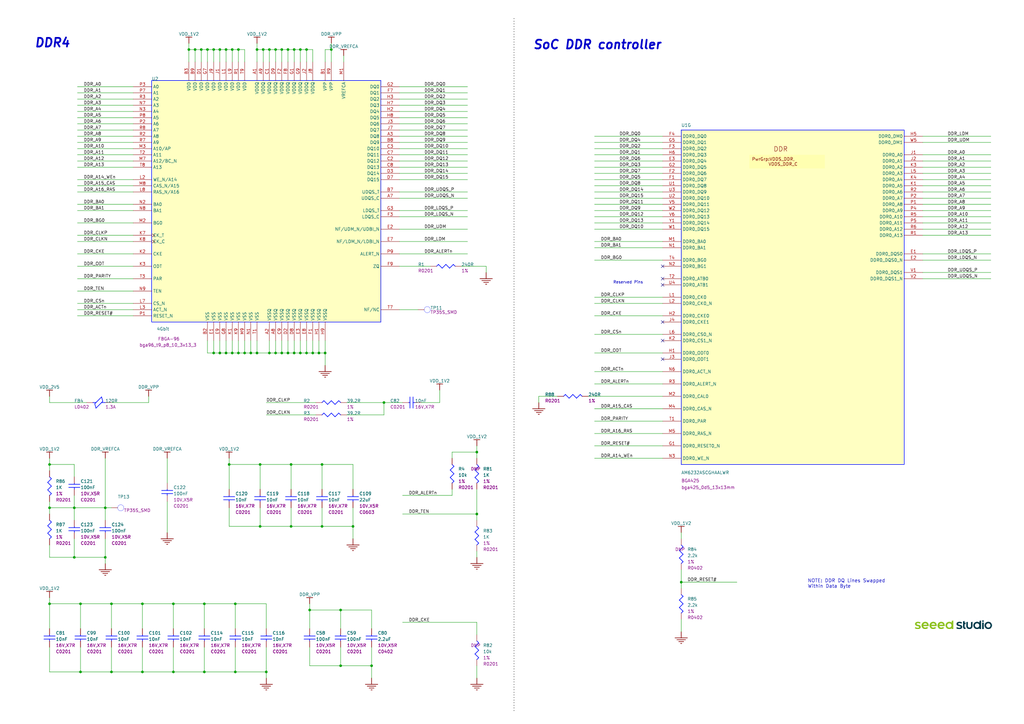
<source format=kicad_sch>
(kicad_sch (version 20231120) (generator "eeschema") (generator_version "8.0")
  (paper "User" 419.989 297.002)
  (junction (at 279.4 238.76))
  (junction (at 105.41 144.78))
  (junction (at 106.68 190.5))
  (junction (at 80.01 20.32))
  (junction (at 118.11 144.78))
  (junction (at 132.08 215.9))
  (junction (at 92.71 20.32))
  (junction (at 139.7 273.05))
  (junction (at 132.08 190.5))
  (junction (at 58.42 247.65))
  (junction (at 125.73 144.78))
  (junction (at 71.12 247.65))
  (junction (at 144.78 215.9))
  (junction (at 157.48 165.1))
  (junction (at 83.82 275.59))
  (junction (at 109.22 275.59))
  (junction (at 92.71 144.78))
  (junction (at 128.27 144.78))
  (junction (at 107.95 20.32))
  (junction (at 120.65 144.78))
  (junction (at 105.41 20.32))
  (junction (at 102.87 144.78))
  (junction (at 33.02 247.65))
  (junction (at 119.38 215.9))
  (junction (at 20.32 247.65))
  (junction (at 113.03 144.78))
  (junction (at 127 250.19))
  (junction (at 45.72 247.65))
  (junction (at 87.63 20.32))
  (junction (at 96.52 275.59))
  (junction (at 97.79 144.78))
  (junction (at 130.81 144.78))
  (junction (at 77.47 20.32))
  (junction (at 95.25 144.78))
  (junction (at 96.52 247.65))
  (junction (at 110.49 20.32))
  (junction (at 115.57 144.78))
  (junction (at 118.11 20.32))
  (junction (at 139.7 250.19))
  (junction (at 45.72 275.59))
  (junction (at 123.19 20.32))
  (junction (at 20.32 190.5))
  (junction (at 95.25 20.32))
  (junction (at 90.17 144.78))
  (junction (at 115.57 20.32))
  (junction (at 87.63 144.78))
  (junction (at 133.35 144.78))
  (junction (at 43.18 228.6))
  (junction (at 135.89 20.32))
  (junction (at 58.42 275.59))
  (junction (at 93.98 190.5))
  (junction (at 195.58 210.82))
  (junction (at 97.79 20.32))
  (junction (at 20.32 208.28))
  (junction (at 110.49 144.78))
  (junction (at 119.38 190.5))
  (junction (at 123.19 144.78))
  (junction (at 113.03 20.32))
  (junction (at 100.33 144.78))
  (junction (at 83.82 247.65))
  (junction (at 85.09 20.32))
  (junction (at 106.68 215.9))
  (junction (at 30.48 228.6))
  (junction (at 30.48 208.28))
  (junction (at 90.17 20.32))
  (junction (at 125.73 20.32))
  (junction (at 43.18 208.28))
  (junction (at 82.55 20.32))
  (junction (at 195.58 185.42))
  (junction (at 71.12 275.59))
  (junction (at 152.4 273.05))
  (junction (at 33.02 275.59))
  (junction (at 120.65 20.32))
  (no_connect (at 271.78 116.84))
  (no_connect (at 271.78 132.08))
  (no_connect (at 271.78 139.7))
  (no_connect (at 271.78 109.22))
  (no_connect (at 271.78 147.32))
  (no_connect (at 271.78 114.3))
  (wire (pts (xy 45.72 275.59) (xy 33.02 275.59)))
  (wire (pts (xy 97.79 20.32) (xy 100.33 20.32)))
  (wire (pts (xy 77.47 20.32) (xy 77.47 17.78)))
  (wire (pts (xy 271.78 129.54) (xy 243.84 129.54)))
  (wire (pts (xy 83.82 275.59) (xy 71.12 275.59)))
  (wire (pts (xy 100.33 144.78) (xy 100.33 139.7)))
  (wire (pts (xy 195.58 213.36) (xy 195.58 210.82)))
  (wire (pts (xy 271.78 91.44) (xy 243.84 91.44)))
  (wire (pts (xy 45.72 275.59) (xy 45.72 265.43)))
  (wire (pts (xy 71.12 247.65) (xy 83.82 247.65)))
  (wire (pts (xy 185.42 200.66) (xy 185.42 203.2)))
  (wire (pts (xy 406.4 68.58) (xy 378.46 68.58)))
  (wire (pts (xy 195.58 187.96) (xy 195.58 185.42)))
  (wire (pts (xy 120.65 144.78) (xy 118.11 144.78)))
  (wire (pts (xy 87.63 20.32) (xy 90.17 20.32)))
  (wire (pts (xy 271.78 121.92) (xy 243.84 121.92)))
  (wire (pts (xy 90.17 25.4) (xy 90.17 20.32)))
  (wire (pts (xy 406.4 66.04) (xy 378.46 66.04)))
  (wire (pts (xy 142.24 170.18) (xy 157.48 170.18)))
  (wire (pts (xy 82.55 20.32) (xy 85.09 20.32)))
  (wire (pts (xy 271.78 101.6) (xy 243.84 101.6)))
  (wire (pts (xy 191.77 66.04) (xy 163.83 66.04)))
  (wire (pts (xy 87.63 25.4) (xy 87.63 20.32)))
  (wire (pts (xy 30.48 228.6) (xy 30.48 220.98)))
  (wire (pts (xy 271.78 60.96) (xy 243.84 60.96)))
  (wire (pts (xy 120.65 144.78) (xy 120.65 139.7)))
  (wire (pts (xy 176.53 109.22) (xy 163.83 109.22)))
  (wire (pts (xy 54.61 91.44) (xy 31.75 91.44)))
  (wire (pts (xy 119.38 190.5) (xy 132.08 190.5)))
  (wire (pts (xy 129.54 170.18) (xy 109.22 170.18)))
  (wire (pts (xy 152.4 278.13) (xy 152.4 273.05)))
  (wire (pts (xy 195.58 210.82) (xy 195.58 200.66)))
  (wire (pts (xy 30.48 213.36) (xy 30.48 208.28)))
  (wire (pts (xy 54.61 78.74) (xy 31.75 78.74)))
  (wire (pts (xy 119.38 215.9) (xy 119.38 208.28)))
  (polyline (pts (xy 210.82 7.62) (xy 210.82 292.1)) (stroke (width 0.254) (type dot) (color 0 0 0 1)))
  (wire (pts (xy 191.77 40.64) (xy 163.83 40.64)))
  (wire (pts (xy 109.22 247.65) (xy 109.22 257.81)))
  (wire (pts (xy 180.34 165.1) (xy 180.34 160.02)))
  (wire (pts (xy 127 273.05) (xy 127 265.43)))
  (wire (pts (xy 85.09 144.78) (xy 85.09 139.7)))
  (wire (pts (xy 109.22 275.59) (xy 109.22 265.43)))
  (wire (pts (xy 113.03 20.32) (xy 115.57 20.32)))
  (wire (pts (xy 109.22 275.59) (xy 96.52 275.59)))
  (wire (pts (xy 33.02 257.81) (xy 33.02 247.65)))
  (wire (pts (xy 110.49 20.32) (xy 113.03 20.32)))
  (wire (pts (xy 83.82 275.59) (xy 83.82 265.43)))
  (wire (pts (xy 45.72 257.81) (xy 45.72 247.65)))
  (wire (pts (xy 279.4 218.44) (xy 279.4 220.98)))
  (wire (pts (xy 20.32 208.28) (xy 20.32 205.74)))
  (wire (pts (xy 271.78 76.2) (xy 243.84 76.2)))
  (wire (pts (xy 54.61 45.72) (xy 31.75 45.72)))
  (wire (pts (xy 71.12 275.59) (xy 58.42 275.59)))
  (wire (pts (xy 113.03 25.4) (xy 113.03 20.32)))
  (wire (pts (xy 54.61 104.14) (xy 31.75 104.14)))
  (wire (pts (xy 77.47 20.32) (xy 80.01 20.32)))
  (wire (pts (xy 20.32 210.82) (xy 20.32 208.28)))
  (wire (pts (xy 54.61 73.66) (xy 31.75 73.66)))
  (wire (pts (xy 58.42 275.59) (xy 45.72 275.59)))
  (wire (pts (xy 271.78 88.9) (xy 243.84 88.9)))
  (wire (pts (xy 54.61 38.1) (xy 31.75 38.1)))
  (wire (pts (xy 191.77 55.88) (xy 163.83 55.88)))
  (wire (pts (xy 54.61 35.56) (xy 31.75 35.56)))
  (wire (pts (xy 80.01 20.32) (xy 82.55 20.32)))
  (wire (pts (xy 95.25 20.32) (xy 97.79 20.32)))
  (wire (pts (xy 106.68 215.9) (xy 93.98 215.9)))
  (wire (pts (xy 133.35 144.78) (xy 130.81 144.78)))
  (wire (pts (xy 115.57 20.32) (xy 118.11 20.32)))
  (wire (pts (xy 127 257.81) (xy 127 250.19)))
  (wire (pts (xy 152.4 273.05) (xy 139.7 273.05)))
  (wire (pts (xy 125.73 25.4) (xy 125.73 20.32)))
  (wire (pts (xy 96.52 257.81) (xy 96.52 247.65)))
  (wire (pts (xy 406.4 104.14) (xy 378.46 104.14)))
  (wire (pts (xy 20.32 247.65) (xy 20.32 245.11)))
  (wire (pts (xy 20.32 247.65) (xy 33.02 247.65)))
  (wire (pts (xy 120.65 25.4) (xy 120.65 20.32)))
  (wire (pts (xy 123.19 20.32) (xy 125.73 20.32)))
  (wire (pts (xy 30.48 208.28) (xy 30.48 203.2)))
  (wire (pts (xy 271.78 167.64) (xy 243.84 167.64)))
  (wire (pts (xy 119.38 215.9) (xy 106.68 215.9)))
  (wire (pts (xy 110.49 144.78) (xy 105.41 144.78)))
  (wire (pts (xy 119.38 200.66) (xy 119.38 190.5)))
  (wire (pts (xy 220.98 162.56) (xy 220.98 165.1)))
  (wire (pts (xy 191.77 63.5) (xy 163.83 63.5)))
  (wire (pts (xy 191.77 53.34) (xy 163.83 53.34)))
  (wire (pts (xy 20.32 275.59) (xy 20.32 265.43)))
  (wire (pts (xy 113.03 144.78) (xy 110.49 144.78)))
  (wire (pts (xy 142.24 165.1) (xy 157.48 165.1)))
  (wire (pts (xy 105.41 144.78) (xy 102.87 144.78)))
  (wire (pts (xy 406.4 88.9) (xy 378.46 88.9)))
  (wire (pts (xy 406.4 114.3) (xy 378.46 114.3)))
  (wire (pts (xy 191.77 78.74) (xy 163.83 78.74)))
  (wire (pts (xy 90.17 144.78) (xy 90.17 139.7)))
  (wire (pts (xy 92.71 144.78) (xy 92.71 139.7)))
  (wire (pts (xy 128.27 144.78) (xy 128.27 139.7)))
  (wire (pts (xy 191.77 99.06) (xy 163.83 99.06)))
  (wire (pts (xy 191.77 73.66) (xy 163.83 73.66)))
  (wire (pts (xy 20.32 190.5) (xy 20.32 187.96)))
  (wire (pts (xy 128.27 144.78) (xy 125.73 144.78)))
  (wire (pts (xy 195.58 260.35) (xy 195.58 255.27)))
  (wire (pts (xy 129.54 165.1) (xy 109.22 165.1)))
  (wire (pts (xy 139.7 250.19) (xy 152.4 250.19)))
  (wire (pts (xy 191.77 38.1) (xy 163.83 38.1)))
  (wire (pts (xy 271.78 68.58) (xy 243.84 68.58)))
  (wire (pts (xy 54.61 50.8) (xy 31.75 50.8)))
  (wire (pts (xy 130.81 144.78) (xy 130.81 139.7)))
  (wire (pts (xy 96.52 275.59) (xy 83.82 275.59)))
  (wire (pts (xy 30.48 228.6) (xy 20.32 228.6)))
  (wire (pts (xy 199.39 109.22) (xy 189.23 109.22)))
  (wire (pts (xy 406.4 83.82) (xy 378.46 83.82)))
  (wire (pts (xy 54.61 68.58) (xy 31.75 68.58)))
  (wire (pts (xy 113.03 144.78) (xy 113.03 139.7)))
  (wire (pts (xy 228.6 162.56) (xy 220.98 162.56)))
  (wire (pts (xy 43.18 228.6) (xy 43.18 220.98)))
  (wire (pts (xy 54.61 86.36) (xy 31.75 86.36)))
  (wire (pts (xy 172.72 165.1) (xy 180.34 165.1)))
  (wire (pts (xy 406.4 96.52) (xy 378.46 96.52)))
  (wire (pts (xy 132.08 200.66) (xy 132.08 190.5)))
  (wire (pts (xy 191.77 45.72) (xy 163.83 45.72)))
  (wire (pts (xy 54.61 83.82) (xy 31.75 83.82)))
  (wire (pts (xy 43.18 208.28) (xy 43.18 187.96)))
  (wire (pts (xy 279.4 241.3) (xy 279.4 238.76)))
  (wire (pts (xy 152.4 273.05) (xy 152.4 265.43)))
  (wire (pts (xy 93.98 190.5) (xy 106.68 190.5)))
  (wire (pts (xy 54.61 76.2) (xy 31.75 76.2)))
  (wire (pts (xy 90.17 20.32) (xy 92.71 20.32)))
  (wire (pts (xy 102.87 144.78) (xy 102.87 139.7)))
  (wire (pts (xy 191.77 104.14) (xy 163.83 104.14)))
  (wire (pts (xy 171.45 127) (xy 163.83 127)))
  (wire (pts (xy 406.4 55.88) (xy 378.46 55.88)))
  (wire (pts (xy 271.78 66.04) (xy 243.84 66.04)))
  (wire (pts (xy 191.77 58.42) (xy 163.83 58.42)))
  (wire (pts (xy 195.58 255.27) (xy 165.1 255.27)))
  (wire (pts (xy 132.08 215.9) (xy 132.08 208.28)))
  (wire (pts (xy 406.4 58.42) (xy 378.46 58.42)))
  (wire (pts (xy 97.79 25.4) (xy 97.79 20.32)))
  (wire (pts (xy 95.25 144.78) (xy 92.71 144.78)))
  (wire (pts (xy 45.72 165.1) (xy 60.96 165.1)))
  (wire (pts (xy 68.58 198.12) (xy 68.58 187.96)))
  (wire (pts (xy 90.17 144.78) (xy 87.63 144.78)))
  (wire (pts (xy 82.55 25.4) (xy 82.55 20.32)))
  (wire (pts (xy 105.41 144.78) (xy 105.41 139.7)))
  (wire (pts (xy 271.78 83.82) (xy 243.84 83.82)))
  (wire (pts (xy 144.78 215.9) (xy 132.08 215.9)))
  (wire (pts (xy 191.77 50.8) (xy 163.83 50.8)))
  (wire (pts (xy 54.61 66.04) (xy 31.75 66.04)))
  (wire (pts (xy 83.82 247.65) (xy 96.52 247.65)))
  (wire (pts (xy 406.4 111.76) (xy 378.46 111.76)))
  (wire (pts (xy 100.33 20.32) (xy 100.33 25.4)))
  (wire (pts (xy 54.61 53.34) (xy 31.75 53.34)))
  (wire (pts (xy 60.96 165.1) (xy 60.96 162.56)))
  (wire (pts (xy 406.4 76.2) (xy 378.46 76.2)))
  (wire (pts (xy 195.58 228.6) (xy 195.58 226.06)))
  (wire (pts (xy 271.78 73.66) (xy 243.84 73.66)))
  (wire (pts (xy 144.78 190.5) (xy 144.78 200.66)))
  (wire (pts (xy 271.78 172.72) (xy 243.84 172.72)))
  (wire (pts (xy 133.35 20.32) (xy 133.35 25.4)))
  (wire (pts (xy 85.09 25.4) (xy 85.09 20.32)))
  (wire (pts (xy 191.77 88.9) (xy 163.83 88.9)))
  (wire (pts (xy 185.42 203.2) (xy 165.1 203.2)))
  (wire (pts (xy 54.61 127) (xy 31.75 127)))
  (wire (pts (xy 271.78 187.96) (xy 243.84 187.96)))
  (wire (pts (xy 100.33 144.78) (xy 97.79 144.78)))
  (wire (pts (xy 33.02 275.59) (xy 33.02 265.43)))
  (wire (pts (xy 115.57 25.4) (xy 115.57 20.32)))
  (wire (pts (xy 96.52 247.65) (xy 109.22 247.65)))
  (wire (pts (xy 118.11 20.32) (xy 120.65 20.32)))
  (wire (pts (xy 77.47 25.4) (xy 77.47 20.32)))
  (wire (pts (xy 133.35 149.86) (xy 133.35 144.78)))
  (wire (pts (xy 271.78 152.4) (xy 243.84 152.4)))
  (wire (pts (xy 271.78 106.68) (xy 243.84 106.68)))
  (wire (pts (xy 43.18 208.28) (xy 45.72 208.28)))
  (wire (pts (xy 406.4 86.36) (xy 378.46 86.36)))
  (wire (pts (xy 110.49 25.4) (xy 110.49 20.32)))
  (wire (pts (xy 199.39 111.76) (xy 199.39 109.22)))
  (wire (pts (xy 140.97 25.4) (xy 140.97 22.86)))
  (wire (pts (xy 127 250.19) (xy 139.7 250.19)))
  (wire (pts (xy 54.61 63.5) (xy 31.75 63.5)))
  (wire (pts (xy 135.89 20.32) (xy 133.35 20.32)))
  (wire (pts (xy 110.49 144.78) (xy 110.49 139.7)))
  (wire (pts (xy 271.78 124.46) (xy 243.84 124.46)))
  (wire (pts (xy 271.78 78.74) (xy 243.84 78.74)))
  (wire (pts (xy 58.42 275.59) (xy 58.42 265.43)))
  (wire (pts (xy 54.61 124.46) (xy 31.75 124.46)))
  (wire (pts (xy 139.7 273.05) (xy 139.7 265.43)))
  (wire (pts (xy 271.78 162.56) (xy 241.3 162.56)))
  (wire (pts (xy 123.19 25.4) (xy 123.19 20.32)))
  (wire (pts (xy 185.42 185.42) (xy 195.58 185.42)))
  (wire (pts (xy 92.71 144.78) (xy 90.17 144.78)))
  (wire (pts (xy 30.48 190.5) (xy 20.32 190.5)))
  (wire (pts (xy 271.78 63.5) (xy 243.84 63.5)))
  (wire (pts (xy 20.32 208.28) (xy 30.48 208.28)))
  (wire (pts (xy 68.58 218.44) (xy 68.58 205.74)))
  (wire (pts (xy 406.4 73.66) (xy 378.46 73.66)))
  (wire (pts (xy 54.61 48.26) (xy 31.75 48.26)))
  (wire (pts (xy 54.61 119.38) (xy 31.75 119.38)))
  (wire (pts (xy 271.78 177.8) (xy 243.84 177.8)))
  (wire (pts (xy 93.98 190.5) (xy 93.98 187.96)))
  (wire (pts (xy 97.79 144.78) (xy 95.25 144.78)))
  (wire (pts (xy 279.4 259.08) (xy 279.4 254)))
  (wire (pts (xy 130.81 144.78) (xy 128.27 144.78)))
  (wire (pts (xy 195.58 185.42) (xy 195.58 182.88)))
  (wire (pts (xy 406.4 81.28) (xy 378.46 81.28)))
  (wire (pts (xy 195.58 278.13) (xy 195.58 273.05)))
  (wire (pts (xy 93.98 200.66) (xy 93.98 190.5)))
  (wire (pts (xy 109.22 278.13) (xy 109.22 275.59)))
  (wire (pts (xy 152.4 250.19) (xy 152.4 257.81)))
  (wire (pts (xy 271.78 137.16) (xy 243.84 137.16)))
  (wire (pts (xy 93.98 215.9) (xy 93.98 208.28)))
  (wire (pts (xy 105.41 25.4) (xy 105.41 20.32)))
  (wire (pts (xy 123.19 144.78) (xy 123.19 139.7)))
  (wire (pts (xy 406.4 71.12) (xy 378.46 71.12)))
  (wire (pts (xy 54.61 114.3) (xy 31.75 114.3)))
  (wire (pts (xy 191.77 81.28) (xy 163.83 81.28)))
  (wire (pts (xy 106.68 215.9) (xy 106.68 208.28)))
  (wire (pts (xy 123.19 144.78) (xy 120.65 144.78)))
  (wire (pts (xy 271.78 157.48) (xy 243.84 157.48)))
  (wire (pts (xy 118.11 144.78) (xy 118.11 139.7)))
  (wire (pts (xy 271.78 81.28) (xy 243.84 81.28)))
  (wire (pts (xy 43.18 231.14) (xy 43.18 228.6)))
  (wire (pts (xy 191.77 93.98) (xy 163.83 93.98)))
  (wire (pts (xy 127 250.19) (xy 127 247.65)))
  (wire (pts (xy 54.61 129.54) (xy 31.75 129.54)))
  (wire (pts (xy 125.73 144.78) (xy 123.19 144.78)))
  (wire (pts (xy 132.08 215.9) (xy 119.38 215.9)))
  (wire (pts (xy 58.42 257.81) (xy 58.42 247.65)))
  (wire (pts (xy 271.78 93.98) (xy 243.84 93.98)))
  (wire (pts (xy 135.89 20.32) (xy 135.89 17.78)))
  (wire (pts (xy 118.11 144.78) (xy 115.57 144.78)))
  (wire (pts (xy 139.7 257.81) (xy 139.7 250.19)))
  (wire (pts (xy 92.71 25.4) (xy 92.71 20.32)))
  (wire (pts (xy 271.78 71.12) (xy 243.84 71.12)))
  (wire (pts (xy 54.61 55.88) (xy 31.75 55.88)))
  (wire (pts (xy 97.79 144.78) (xy 97.79 139.7)))
  (wire (pts (xy 191.77 35.56) (xy 163.83 35.56)))
  (wire (pts (xy 20.32 257.81) (xy 20.32 247.65)))
  (wire (pts (xy 58.42 247.65) (xy 71.12 247.65)))
  (wire (pts (xy 125.73 144.78) (xy 125.73 139.7)))
  (wire (pts (xy 20.32 228.6) (xy 20.32 223.52)))
  (wire (pts (xy 96.52 275.59) (xy 96.52 265.43)))
  (wire (pts (xy 139.7 273.05) (xy 127 273.05)))
  (wire (pts (xy 128.27 20.32) (xy 128.27 25.4)))
  (wire (pts (xy 87.63 144.78) (xy 87.63 139.7)))
  (wire (pts (xy 144.78 215.9) (xy 144.78 208.28)))
  (wire (pts (xy 191.77 68.58) (xy 163.83 68.58)))
  (wire (pts (xy 107.95 25.4) (xy 107.95 20.32)))
  (wire (pts (xy 406.4 63.5) (xy 378.46 63.5)))
  (wire (pts (xy 191.77 60.96) (xy 163.83 60.96)))
  (wire (pts (xy 302.26 238.76) (xy 279.4 238.76)))
  (wire (pts (xy 271.78 86.36) (xy 243.84 86.36)))
  (wire (pts (xy 45.72 247.65) (xy 58.42 247.65)))
  (wire (pts (xy 271.78 58.42) (xy 243.84 58.42)))
  (wire (pts (xy 406.4 91.44) (xy 378.46 91.44)))
  (wire (pts (xy 271.78 144.78) (xy 243.84 144.78)))
  (wire (pts (xy 85.09 20.32) (xy 87.63 20.32)))
  (wire (pts (xy 92.71 20.32) (xy 95.25 20.32)))
  (wire (pts (xy 95.25 144.78) (xy 95.25 139.7)))
  (wire (pts (xy 406.4 78.74) (xy 378.46 78.74)))
  (wire (pts (xy 83.82 257.81) (xy 83.82 247.65)))
  (wire (pts (xy 71.12 257.81) (xy 71.12 247.65)))
  (wire (pts (xy 157.48 165.1) (xy 165.1 165.1)))
  (wire (pts (xy 71.12 275.59) (xy 71.12 265.43)))
  (wire (pts (xy 195.58 210.82) (xy 165.1 210.82)))
  (wire (pts (xy 54.61 96.52) (xy 31.75 96.52)))
  (wire (pts (xy 30.48 195.58) (xy 30.48 190.5)))
  (wire (pts (xy 115.57 144.78) (xy 115.57 139.7)))
  (wire (pts (xy 120.65 20.32) (xy 123.19 20.32)))
  (wire (pts (xy 33.02 247.65) (xy 45.72 247.65)))
  (wire (pts (xy 118.11 25.4) (xy 118.11 20.32)))
  (wire (pts (xy 191.77 71.12) (xy 163.83 71.12)))
  (wire (pts (xy 406.4 93.98) (xy 378.46 93.98)))
  (wire (pts (xy 54.61 40.64) (xy 31.75 40.64)))
  (wire (pts (xy 191.77 43.18) (xy 163.83 43.18)))
  (wire (pts (xy 191.77 86.36) (xy 163.83 86.36)))
  (wire (pts (xy 107.95 20.32) (xy 110.49 20.32)))
  (wire (pts (xy 144.78 220.98) (xy 144.78 215.9)))
  (wire (pts (xy 135.89 25.4) (xy 135.89 20.32)))
  (wire (pts (xy 406.4 106.68) (xy 378.46 106.68)))
  (wire (pts (xy 191.77 48.26) (xy 163.83 48.26)))
  (wire (pts (xy 35.56 165.1) (xy 20.32 165.1)))
  (wire (pts (xy 102.87 144.78) (xy 100.33 144.78)))
  (wire (pts (xy 279.4 238.76) (xy 279.4 233.68)))
  (wire (pts (xy 54.61 43.18) (xy 31.75 43.18)))
  (wire (pts (xy 106.68 200.66) (xy 106.68 190.5)))
  (wire (pts (xy 132.08 190.5) (xy 144.78 190.5)))
  (wire (pts (xy 20.32 165.1) (xy 20.32 162.56)))
  (wire (pts (xy 115.57 144.78) (xy 113.03 144.78)))
  (wire (pts (xy 30.48 208.28) (xy 43.18 208.28)))
  (wire (pts (xy 271.78 55.88) (xy 243.84 55.88)))
  (wire (pts (xy 95.25 25.4) (xy 95.25 20.32)))
  (wire (pts (xy 271.78 99.06) (xy 243.84 99.06)))
  (wire (pts (xy 54.61 99.06) (xy 31.75 99.06)))
  (wire (pts (xy 54.61 60.96) (xy 31.75 60.96)))
  (wire (pts (xy 87.63 144.78) (xy 85.09 144.78)))
  (wire (pts (xy 106.68 190.5) (xy 119.38 190.5)))
  (wire (pts (xy 157.48 170.18) (xy 157.48 165.1)))
  (wire (pts (xy 20.32 193.04) (xy 20.32 190.5)))
  (wire (pts (xy 105.41 20.32) (xy 107.95 20.32)))
  (wire (pts (xy 54.61 109.22) (xy 31.75 109.22)))
  (wire (pts (xy 133.35 144.78) (xy 133.35 139.7)))
  (wire (pts (xy 80.01 25.4) (xy 80.01 20.32)))
  (wire (pts (xy 185.42 187.96) (xy 185.42 185.42)))
  (wire (pts (xy 43.18 213.36) (xy 43.18 208.28)))
  (wire (pts (xy 43.18 228.6) (xy 30.48 228.6)))
  (wire (pts (xy 105.41 20.32) (xy 105.41 17.78)))
  (wire (pts (xy 33.02 275.59) (xy 20.32 275.59)))
  (wire (pts (xy 54.61 58.42) (xy 31.75 58.42)))
  (wire (pts (xy 271.78 182.88) (xy 243.84 182.88)))
  (wire (pts (xy 125.73 20.32) (xy 128.27 20.32)))
  (image (at 390.9945 256.413) (scale 0.481127))
  (text_box "NOTE: DDR DQ Lines Swapped\nWithin Data Byte" (at 370.586 241.808 0) (size -40.386 -5.588) (stroke (width -0.0001) (color 0 0 0 1)) (effects (font (size 1.397 1.397)) (justify left top)))
  (text "SoC DDR controller" (at 218.44 20.574 0) (effects (font (size 3.556 3.556) (thickness 0.7112) (bold yes) (italic yes)) (justify left bottom)))
  (text "DDR4" (at 13.97 19.812 0) (effects (font (size 3.556 3.556) (thickness 0.7112) (bold yes) (italic yes)) (justify left bottom)))
  (text "Reserved Pins" (at 251.46 116.586 0) (effects (font (size 1.143 1.143)) (justify left bottom)))
  (label "DDR_LDM" (at 173.99 99.06 0))
  (label "DDR_LDQS_N" (at 388.62 106.68 0))
  (label "DDR_BA1" (at 34.29 86.36 0))
  (label "DDR_DQ3" (at 254 68.58 0))
  (label "DDR_PARITY" (at 246.38 172.72 0))
  (label "DDR_A11" (at 388.62 91.44 0))
  (label "DDR_ACTn" (at 34.29 127 0))
  (label "DDR_CKE" (at 34.29 104.14 0))
  (label "DDR_A15_CAS" (at 246.38 167.64 0))
  (label "DDR_DQ10" (at 173.99 60.96 0))
  (label "DDR_BG0" (at 246.38 106.68 0))
  (label "DDR_LDQS_N" (at 173.99 88.9 0))
  (label "DDR_DQ0" (at 173.99 35.56 0))
  (label "DDR_A0" (at 34.29 35.56 0))
  (label "DDR_A1" (at 388.62 66.04 0))
  (label "DDR_DQ12" (at 254 88.9 0))
  (label "DDR_A2" (at 34.29 40.64 0))
  (label "DDR_A3" (at 388.62 71.12 0))
  (label "DDR_DQ1" (at 173.99 38.1 0))
  (label "DDR_A14_WEn" (at 34.29 73.66 0))
  (label "DDR_A8" (at 388.62 83.82 0))
  (label "DDR_TEN" (at 167.64 210.82 0))
  (label "DDR_BA0" (at 246.38 99.06 0))
  (label "DDR_ALERTn" (at 167.64 203.2 0))
  (label "DDR_DQ11" (at 173.99 63.5 0))
  (label "DDR_CLKP" (at 246.38 121.92 0))
  (label "DDR_A6" (at 34.29 50.8 0))
  (label "DDR_CLKN" (at 34.29 99.06 0))
  (label "DDR_A12" (at 388.62 93.98 0))
  (label "DDR_TEN" (at 34.29 119.38 0))
  (label "DDR_A10" (at 388.62 88.9 0))
  (label "DDR_DQ1" (at 254 63.5 0))
  (label "DDR_DQ7" (at 173.99 53.34 0))
  (label "DDR_A7" (at 34.29 53.34 0))
  (label "DDR_DQ0" (at 254 55.88 0))
  (label "DDR_A4" (at 388.62 73.66 0))
  (label "DDR_UDQS_N" (at 388.62 114.3 0))
  (label "DDR_DQ15" (at 173.99 73.66 0))
  (label "DDR_A6" (at 388.62 78.74 0))
  (label "DDR_A10" (at 34.29 60.96 0))
  (label "DDR_DQ5" (at 173.99 48.26 0))
  (label "DDR_A5" (at 388.62 76.2 0))
  (label "DDR_DQ7" (at 254 71.12 0))
  (label "DDR_CLKP" (at 109.22 165.1 0))
  (label "DDR_A11" (at 34.29 63.5 0))
  (label "DDR_A15_CAS" (at 34.29 76.2 0))
  (label "DDR_ALERTn" (at 246.38 157.48 0))
  (label "DDR_RESET#" (at 246.38 182.88 0))
  (label "DDR_DQ2" (at 173.99 40.64 0))
  (label "DDR_UDM" (at 388.62 58.42 0))
  (label "DDR_BA1" (at 246.38 101.6 0))
  (label "DDR_UDQS_P" (at 173.99 78.74 0))
  (label "DDR_RESET#" (at 34.29 129.54 0))
  (label "DDR_A4" (at 34.29 45.72 0))
  (label "DDR_RESET#" (at 281.94 238.76 0))
  (label "DDR_A3" (at 34.29 43.18 0))
  (label "DDR_LDQS_P" (at 388.62 104.14 0))
  (label "DDR_DQ4" (at 173.99 45.72 0))
  (label "DDR_A9" (at 388.62 86.36 0))
  (label "DDR_A2" (at 388.62 68.58 0))
  (label "DDR_BA0" (at 34.29 83.82 0))
  (label "DDR_DQ13" (at 173.99 68.58 0))
  (label "DDR_BG0" (at 34.29 91.44 0))
  (label "DDR_DQ5" (at 254 73.66 0))
  (label "DDR_LDQS_P" (at 173.99 86.36 0))
  (label "DDR_A13" (at 388.62 96.52 0))
  (label "DDR_A9" (at 34.29 58.42 0))
  (label "DDR_PARITY" (at 34.29 114.3 0))
  (label "DDR_A12" (at 34.29 66.04 0))
  (label "DDR_A16_RAS" (at 34.29 78.74 0))
  (label "DDR_CKE" (at 167.64 255.27 0))
  (label "DDR_DQ15" (at 254 81.28 0))
  (label "DDR_DQ9" (at 173.99 58.42 0))
  (label "DDR_DQ9" (at 254 86.36 0))
  (label "DDR_UDM" (at 173.99 93.98 0))
  (label "DDR_ODT" (at 246.38 144.78 0))
  (label "DDR_DQ8" (at 173.99 55.88 0))
  (label "DDR_A16_RAS" (at 246.38 177.8 0))
  (label "DDR_DQ11" (at 254 83.82 0))
  (label "DDR_A5" (at 34.29 48.26 0))
  (label "DDR_DQ3" (at 173.99 43.18 0))
  (label "DDR_A7" (at 388.62 81.28 0))
  (label "DDR_ALERTn" (at 173.99 104.14 0))
  (label "DDR_UDQS_N" (at 173.99 81.28 0))
  (label "DDR_DQ10" (at 254 93.98 0))
  (label "DDR_DQ13" (at 254 91.44 0))
  (label "DDR_DQ4" (at 254 58.42 0))
  (label "DDR_CLKN" (at 109.22 170.18 0))
  (label "DDR_CSn" (at 246.38 137.16 0))
  (label "DDR_ODT" (at 34.29 109.22 0))
  (label "DDR_UDQS_P" (at 388.62 111.76 0))
  (label "DDR_CKE" (at 246.38 129.54 0))
  (label "DDR_DQ8" (at 254 76.2 0))
  (label "DDR_ACTn" (at 246.38 152.4 0))
  (label "DDR_LDM" (at 388.62 55.88 0))
  (label "DDR_DQ14" (at 173.99 71.12 0))
  (label "DDR_CLKN" (at 246.38 124.46 0))
  (label "DDR_DQ2" (at 254 60.96 0))
  (label "DDR_DQ12" (at 173.99 66.04 0))
  (label "DDR_CLKP" (at 34.29 96.52 0))
  (label "DDR_CSn" (at 34.29 124.46 0))
  (label "DDR_A14_WEn" (at 246.38 187.96 0))
  (label "DDR_DQ6" (at 173.99 50.8 0))
  (label "DDR_A0" (at 388.62 63.5 0))
  (label "DDR_DQ14" (at 254 78.74 0))
  (label "DDR_A1" (at 34.29 38.1 0))
  (label "DDR_A8" (at 34.29 55.88 0))
  (label "DDR_DQ6" (at 254 66.04 0))
  (label "DDR_A13" (at 34.29 68.58 0))
  (symbol (lib_id "pocketbeagle2-kicad-altium-import:GND_POWER_GROUND") (at 199.39 111.76 0) (unit 1)
    (property "Reference" "#PWR?" (effects (hide yes)))
    (property "Value" "GND" (effects (hide yes)))
  )
  (symbol (lib_id "pocketbeagle2-kicad-altium-import:root_0_CC_0") (at 27.94 215.9 0) (unit 1)
    (property "Reference" "C123" (at 33.02 215.9 0) (effects (justify left bottom)))
    (property "Value" "100nF" (at 33.02 218.44 0) (effects (justify left bottom)))
    (property "Footprint" "C0201" (effects (hide yes)))
    (property "Description" "SMD CAP Ceramic 100nF-10V-10%-X5R;0201" (effects (hide yes)))
    (property "RATING" "10V,X5R" (at 33.02 220.98 0) (effects (justify left bottom)))
    (property "PCB FOOTPRINT" "C0201" (at 33.02 223.52 0) (effects (justify left bottom)))
    (property "STATUS" "ODYSSEY-i.MX8M" (effects (hide yes)))
    (property "MANUFACTURER PART NUMBER" "CC0201KRX5R6BB104" (effects (hide yes)))
    (property "TEMPERATURE" "-55¡ãC to 85¡ãC" (effects (hide yes)))
    (property "SIGNAL_MODEL" "DEFAULT_CAPACITOR_100000pF_1_2" (effects (hide yes)))
    (property "PN" "302010271" (effects (hide yes)))
    (property "PACKAGE SIZE" "0201" (effects (hide yes)))
    (property "COMPANY PART STATUS" "ODYSSEY-i.MX8M" (effects (hide yes)))
    (property "DIELECTRIC TYPE" "Ceramic" (effects (hide yes)))
    (property "TEMPERATURE COEFFICIENT" "X5R" (effects (hide yes)))
    (property "TOLERANCE" "10%" (effects (hide yes)))
    (property "CLASS" "DISCRETE" (effects (hide yes)))
    (property "MANUFACTURER" "YAGEO" (effects (hide yes)))
  )
  (symbol (lib_id "pocketbeagle2-kicad-altium-import:root_0_R_0") (at 193.04 215.9 0) (unit 1)
    (property "Reference" "R83" (at 198.12 218.44 0) (effects (justify left bottom)))
    (property "Value" "1K" (at 198.12 220.98 0) (effects (justify left bottom)))
    (property "Footprint" "R0201" (effects (hide yes)))
    (property "Description" "SMD RES 1K-¡À1%-1/20W;0201" (effects (hide yes)))
    (property "RATING" "1%" (at 198.12 223.52 0) (effects (justify left bottom)))
    (property "PCB FOOTPRINT" "R0201" (at 198.12 226.06 0) (effects (justify left bottom)))
    (property "STATUS" "ST" (effects (hide yes)))
    (property "MANUFACTURER PART NUMBER" "RC0201FR-071KL" (effects (hide yes)))
    (property "TEMPERATURE" "-55¡ãC to 125¡ãC" (effects (hide yes)))
    (property "PN" "301010523" (effects (hide yes)))
    (property "PACKAGE SIZE" "0201" (effects (hide yes)))
    (property "COMPANY PART STATUS" "ST" (effects (hide yes)))
    (property "RATED POWER" "1/20W" (effects (hide yes)))
    (property "CLASS" "DISCRETE" (effects (hide yes)))
    (property "MANUFACTURER" "YAGEO" (effects (hide yes)))
  )
  (symbol (lib_id "pocketbeagle2-kicad-altium-import:VDD_1V2_BAR") (at 195.58 182.88 180) (unit 1)
    (property "Reference" "#PWR?" (effects (hide yes)))
    (property "Value" "VDD_1V2" (at 195.58 179.07 0))
  )
  (symbol (lib_id "pocketbeagle2-kicad-altium-import:root_0_CC_0") (at 129.54 203.2 0) (unit 1)
    (property "Reference" "C117" (at 134.62 203.2 0) (effects (justify left bottom)))
    (property "Value" "10nF" (at 134.62 205.74 0) (effects (justify left bottom)))
    (property "Footprint" "C0201" (effects (hide yes)))
    (property "Description" "SMD CAP Ceramic 10nF-16V-10%-X7R;0201" (effects (hide yes)))
    (property "RATING" "16V,X7R" (at 134.62 208.28 0) (effects (justify left bottom)))
    (property "PCB FOOTPRINT" "C0201" (at 134.62 210.82 0) (effects (justify left bottom)))
    (property "STATUS" "BeagleBone AI TDA4VM" (effects (hide yes)))
    (property "MANUFACTURER PART NUMBER" "CC0201KRX7R7BB103" (effects (hide yes)))
    (property "TEMPERATURE" "-55¡ãC to 125¡ãC" (effects (hide yes)))
    (property "SIGNAL_MODEL" "DEFAULT_CAPACITOR_100000pF_1_2" (effects (hide yes)))
    (property "PN" "302010431" (effects (hide yes)))
    (property "COMPANY PART STATUS" "ODYSSEY-i.MX8M" (effects (hide yes)))
    (property "DIELECTRIC TYPE" "Ceramic" (effects (hide yes)))
    (property "TEMPERATURE COEFFICIENT" "X5R" (effects (hide yes)))
    (property "TOLERANCE" "10%" (effects (hide yes)))
    (property "CLASS" "DISCRETE" (effects (hide yes)))
    (property "MANUFACTURER" "YAGEO" (effects (hide yes)))
  )
  (symbol (lib_id "pocketbeagle2-kicad-altium-import:root_0_CC_0") (at 104.14 203.2 0) (unit 1)
    (property "Reference" "C119" (at 109.22 203.2 0) (effects (justify left bottom)))
    (property "Value" "10nF" (at 109.22 205.74 0) (effects (justify left bottom)))
    (property "Footprint" "C0201" (effects (hide yes)))
    (property "Description" "SMD CAP Ceramic 10nF-16V-10%-X7R;0201" (effects (hide yes)))
    (property "RATING" "16V,X7R" (at 109.22 208.28 0) (effects (justify left bottom)))
    (property "PCB FOOTPRINT" "C0201" (at 109.22 210.82 0) (effects (justify left bottom)))
    (property "STATUS" "BeagleBone AI TDA4VM" (effects (hide yes)))
    (property "MANUFACTURER PART NUMBER" "CC0201KRX7R7BB103" (effects (hide yes)))
    (property "TEMPERATURE" "-55¡ãC to 125¡ãC" (effects (hide yes)))
    (property "SIGNAL_MODEL" "DEFAULT_CAPACITOR_100000pF_1_2" (effects (hide yes)))
    (property "PN" "302010431" (effects (hide yes)))
    (property "COMPANY PART STATUS" "ODYSSEY-i.MX8M" (effects (hide yes)))
    (property "DIELECTRIC TYPE" "Ceramic" (effects (hide yes)))
    (property "TEMPERATURE COEFFICIENT" "X5R" (effects (hide yes)))
    (property "TOLERANCE" "10%" (effects (hide yes)))
    (property "CLASS" "DISCRETE" (effects (hide yes)))
    (property "MANUFACTURER" "YAGEO" (effects (hide yes)))
  )
  (symbol (lib_id "pocketbeagle2-kicad-altium-import:GND_POWER_GROUND") (at 68.58 218.44 0) (unit 1)
    (property "Reference" "#PWR?" (effects (hide yes)))
    (property "Value" "GND" (effects (hide yes)))
  )
  (symbol (lib_id "pocketbeagle2-kicad-altium-import:DDR_VREFCA_BAR") (at 140.97 22.86 180) (unit 1)
    (property "Reference" "#PWR?" (effects (hide yes)))
    (property "Value" "DDR_VREFCA" (at 140.97 19.05 0))
  )
  (symbol (lib_id "pocketbeagle2-kicad-altium-import:root_0_Test Point") (at 48.26 205.74 0) (unit 1)
    (property "Reference" "TP13" (at 48.26 204.47 0) (effects (justify left bottom)))
    (property "Value" "Test Point" (effects (hide yes)))
    (property "Footprint" "tp1-8040" (effects (hide yes)))
    (property "Description" "Test Point;TP35S_SMD" (effects (hide yes)))
    (property "PCB FOOTPRINT" "TP35S_SMD" (at 50.8 210.058 0) (effects (justify left bottom)))
    (property "ASSY" "DNP" (effects (hide yes)))
    (property "CLASS" "DISCRETE" (effects (hide yes)))
    (property "COMPANY PART STATUS" "Mini-Gateway" (effects (hide yes)))
    (property "PACKAGE SIZE" "TP35S_SMD" (effects (hide yes)))
    (property "PN" "TP35S_SMD" (effects (hide yes)))
    (property "STATUS" "Mini-Gateway" (effects (hide yes)))
  )
  (symbol (lib_id "pocketbeagle2-kicad-altium-import:GND_POWER_GROUND") (at 195.58 278.13 0) (unit 1)
    (property "Reference" "#PWR?" (effects (hide yes)))
    (property "Value" "GND" (effects (hide yes)))
  )
  (symbol (lib_id "pocketbeagle2-kicad-altium-import:root_0_CC_1") (at 167.64 162.56 0) (unit 1)
    (property "Reference" "C82" (at 160.02 165.1 0) (effects (justify left bottom)))
    (property "Value" "10nF" (at 170.18 165.1 0) (effects (justify left bottom)))
    (property "Footprint" "C0201" (effects (hide yes)))
    (property "Description" "SMD CAP Ceramic 10nF-16V-10%-X7R;0201" (effects (hide yes)))
    (property "RATING" "16V,X7R" (at 170.18 167.64 0) (effects (justify left bottom)))
    (property "PCB FOOTPRINT" "C0201" (at 160.02 167.64 0) (effects (justify left bottom)))
    (property "STATUS" "BeagleBone AI TDA4VM" (effects (hide yes)))
    (property "MANUFACTURER PART NUMBER" "CC0201KRX7R7BB103" (effects (hide yes)))
    (property "TEMPERATURE" "-55¡ãC to 125¡ãC" (effects (hide yes)))
    (property "MANUFACTURER" "YAGEO" (effects (hide yes)))
    (property "CLASS" "DISCRETE" (effects (hide yes)))
    (property "TOLERANCE" "10%" (effects (hide yes)))
    (property "TEMPERATURE COEFFICIENT" "X5R" (effects (hide yes)))
    (property "DIELECTRIC TYPE" "Ceramic" (effects (hide yes)))
    (property "COMPANY PART STATUS" "ODYSSEY-i.MX8M" (effects (hide yes)))
    (property "PN" "302010431" (effects (hide yes)))
  )
  (symbol (lib_id "pocketbeagle2-kicad-altium-import:root_0_CC_0") (at 55.88 260.35 0) (unit 1)
    (property "Reference" "C101" (at 60.96 260.35 0) (effects (justify left bottom)))
    (property "Value" "10nF" (at 60.96 262.89 0) (effects (justify left bottom)))
    (property "Footprint" "C0201" (effects (hide yes)))
    (property "Description" "SMD CAP Ceramic 10nF-16V-10%-X7R;0201" (effects (hide yes)))
    (property "RATING" "16V,X7R" (at 60.96 265.43 0) (effects (justify left bottom)))
    (property "PCB FOOTPRINT" "C0201" (at 60.96 267.97 0) (effects (justify left bottom)))
    (property "STATUS" "BeagleBone AI TDA4VM" (effects (hide yes)))
    (property "MANUFACTURER PART NUMBER" "CC0201KRX7R7BB103" (effects (hide yes)))
    (property "TEMPERATURE" "-55¡ãC to 125¡ãC" (effects (hide yes)))
    (property "MANUFACTURER" "YAGEO" (effects (hide yes)))
    (property "CLASS" "DISCRETE" (effects (hide yes)))
    (property "TOLERANCE" "10%" (effects (hide yes)))
    (property "TEMPERATURE COEFFICIENT" "X5R" (effects (hide yes)))
    (property "DIELECTRIC TYPE" "Ceramic" (effects (hide yes)))
    (property "COMPANY PART STATUS" "ODYSSEY-i.MX8M" (effects (hide yes)))
    (property "PN" "302010431" (effects (hide yes)))
    (property "SIGNAL_MODEL" "DEFAULT_CAPACITOR_100000pF_1_2" (effects (hide yes)))
  )
  (symbol (lib_id "pocketbeagle2-kicad-altium-import:VDD_1V2_BAR") (at 180.34 160.02 180) (unit 1)
    (property "Reference" "#PWR?" (effects (hide yes)))
    (property "Value" "VDD_1V2" (at 180.34 156.21 0))
  )
  (symbol (lib_id "pocketbeagle2-kicad-altium-import:root_0_CC_0") (at 17.78 260.35 0) (unit 1)
    (property "Reference" "C81" (at 22.86 260.35 0) (effects (justify left bottom)))
    (property "Value" "10nF" (at 22.86 262.89 0) (effects (justify left bottom)))
    (property "Footprint" "C0201" (effects (hide yes)))
    (property "Description" "SMD CAP Ceramic 10nF-16V-10%-X7R;0201" (effects (hide yes)))
    (property "RATING" "16V,X7R" (at 22.86 265.43 0) (effects (justify left bottom)))
    (property "PCB FOOTPRINT" "C0201" (at 22.86 267.97 0) (effects (justify left bottom)))
    (property "STATUS" "BeagleBone AI TDA4VM" (effects (hide yes)))
    (property "MANUFACTURER PART NUMBER" "CC0201KRX7R7BB103" (effects (hide yes)))
    (property "TEMPERATURE" "-55¡ãC to 125¡ãC" (effects (hide yes)))
    (property "MANUFACTURER" "YAGEO" (effects (hide yes)))
    (property "CLASS" "DISCRETE" (effects (hide yes)))
    (property "TOLERANCE" "10%" (effects (hide yes)))
    (property "TEMPERATURE COEFFICIENT" "X5R" (effects (hide yes)))
    (property "DIELECTRIC TYPE" "Ceramic" (effects (hide yes)))
    (property "COMPANY PART STATUS" "ODYSSEY-i.MX8M" (effects (hide yes)))
    (property "PN" "302010431" (effects (hide yes)))
    (property "SIGNAL_MODEL" "DEFAULT_CAPACITOR_100000pF_1_2" (effects (hide yes)))
  )
  (symbol (lib_id "pocketbeagle2-kicad-altium-import:VDD_1V2_BAR") (at 20.32 245.11 180) (unit 1)
    (property "Reference" "#PWR?" (effects (hide yes)))
    (property "Value" "VDD_1V2" (at 20.32 241.3 0))
  )
  (symbol (lib_id "pocketbeagle2-kicad-altium-import:root_0_R_1") (at 132.08 167.64 0) (unit 1)
    (property "Reference" "R3" (at 124.46 170.18 0) (effects (justify left bottom)))
    (property "Value" "39.2R" (at 142.24 170.18 0) (effects (justify left bottom)))
    (property "Footprint" "R0201" (effects (hide yes)))
    (property "Description" "SMD RES 39.2R-1%-1/20W;0201" (effects (hide yes)))
    (property "RATING" "1%" (at 142.24 172.72 0) (effects (justify left bottom)))
    (property "PCB FOOTPRINT" "R0201" (at 124.46 172.72 0) (effects (justify left bottom)))
    (property "STATUS" "AM62_OSM" (effects (hide yes)))
    (property "MANUFACTURER PART NUMBER" "RC0201FR-0739R2L" (effects (hide yes)))
    (property "TEMPERATURE" "-55¡ãC to 125¡ãC" (effects (hide yes)))
    (property "MANUFACTURER" "YAGEO" (effects (hide yes)))
    (property "CLASS" "DISCRETE" (effects (hide yes)))
    (property "RATED POWER" "1/20W" (effects (hide yes)))
    (property "COMPANY PART STATUS" "BeagleBone Carrier Board" (effects (hide yes)))
    (property "PACKAGE SIZE" "0201" (effects (hide yes)))
    (property "PN" "301013609" (effects (hide yes)))
  )
  (symbol (lib_id "pocketbeagle2-kicad-altium-import:root_0_R_1") (at 179.07 106.68 0) (unit 1)
    (property "Reference" "R1" (at 171.45 109.22 0) (effects (justify left bottom)))
    (property "Value" "240R" (at 189.23 109.22 0) (effects (justify left bottom)))
    (property "Footprint" "R0201" (effects (hide yes)))
    (property "Description" "SMD RES 240R-1%-1/20W;0201" (effects (hide yes)))
    (property "RATING" "1%" (at 189.23 111.76 0) (effects (justify left bottom)))
    (property "PCB FOOTPRINT" "R0201" (at 171.45 111.76 0) (effects (justify left bottom)))
    (property "STATUS" "BeagleBone AI TDA4VM" (effects (hide yes)))
    (property "MANUFACTURER PART NUMBER" "RC0201FR-07240RL" (effects (hide yes)))
    (property "TEMPERATURE" "-55¡ãC to 125¡ãC" (effects (hide yes)))
    (property "MANUFACTURER" "YAGEO" (effects (hide yes)))
    (property "CLASS" "DISCRETE" (effects (hide yes)))
    (property "RATED POWER" "1/20W" (effects (hide yes)))
    (property "COMPANY PART STATUS" "BeagleV-Ahead" (effects (hide yes)))
    (property "PACKAGE SIZE" "0201" (effects (hide yes)))
    (property "PN" "301011318" (effects (hide yes)))
  )
  (symbol (lib_id "pocketbeagle2-kicad-altium-import:root_0_CC_0") (at 93.98 260.35 0) (unit 1)
    (property "Reference" "C115" (at 99.06 260.35 0) (effects (justify left bottom)))
    (property "Value" "10nF" (at 99.06 262.89 0) (effects (justify left bottom)))
    (property "Footprint" "C0201" (effects (hide yes)))
    (property "Description" "SMD CAP Ceramic 10nF-16V-10%-X7R;0201" (effects (hide yes)))
    (property "RATING" "16V,X7R" (at 99.06 265.43 0) (effects (justify left bottom)))
    (property "PCB FOOTPRINT" "C0201" (at 99.06 267.97 0) (effects (justify left bottom)))
    (property "STATUS" "BeagleBone AI TDA4VM" (effects (hide yes)))
    (property "MANUFACTURER PART NUMBER" "CC0201KRX7R7BB103" (effects (hide yes)))
    (property "TEMPERATURE" "-55¡ãC to 125¡ãC" (effects (hide yes)))
    (property "MANUFACTURER" "YAGEO" (effects (hide yes)))
    (property "CLASS" "DISCRETE" (effects (hide yes)))
    (property "TOLERANCE" "10%" (effects (hide yes)))
    (property "TEMPERATURE COEFFICIENT" "X5R" (effects (hide yes)))
    (property "DIELECTRIC TYPE" "Ceramic" (effects (hide yes)))
    (property "COMPANY PART STATUS" "ODYSSEY-i.MX8M" (effects (hide yes)))
    (property "PN" "302010431" (effects (hide yes)))
    (property "SIGNAL_MODEL" "DEFAULT_CAPACITOR_100000pF_1_2" (effects (hide yes)))
  )
  (symbol (lib_id "pocketbeagle2-kicad-altium-import:root_0_FB") (at 38.1 162.56 0) (unit 1)
    (property "Reference" "FB4" (at 30.48 165.1 0) (effects (justify left bottom)))
    (property "Value" "120R" (at 43.18 165.1 0) (effects (justify left bottom)))
    (property "Footprint" "L0402" (effects (hide yes)))
    (property "Description" "SMD Ferrite Bead 120R-1.3A;0402" (effects (hide yes)))
    (property "PCB FOOTPRINT" "L0402" (at 30.48 167.64 0) (effects (justify left bottom)))
    (property "RATING" "1.3A" (at 43.18 167.64 0) (effects (justify left bottom)))
    (property "STATUS" "BeagleBone Carrier Board" (effects (hide yes)))
    (property "TEMPERATURE" "-55¡ãC to 125¡ãC" (effects (hide yes)))
    (property "PN" "303030040" (effects (hide yes)))
    (property "PACKAGE SIZE" "0402" (effects (hide yes)))
    (property "COMPANY PART STATUS" "BeagleBone Carrier Board" (effects (hide yes)))
    (property "CLASS" "DISCRETE" (effects (hide yes)))
    (property "MANUFACTURER" "Murata" (effects (hide yes)))
  )
  (symbol (lib_id "pocketbeagle2-kicad-altium-import:root_0_CC_0") (at 40.64 215.9 0) (unit 1)
    (property "Reference" "C124" (at 45.72 215.9 0) (effects (justify left bottom)))
    (property "Value" "100nF" (at 45.72 218.44 0) (effects (justify left bottom)))
    (property "Footprint" "C0201" (effects (hide yes)))
    (property "Description" "SMD CAP Ceramic 100nF-10V-10%-X5R;0201" (effects (hide yes)))
    (property "RATING" "10V,X5R" (at 45.72 220.98 0) (effects (justify left bottom)))
    (property "PCB FOOTPRINT" "C0201" (at 45.72 223.52 0) (effects (justify left bottom)))
    (property "STATUS" "ODYSSEY-i.MX8M" (effects (hide yes)))
    (property "MANUFACTURER PART NUMBER" "CC0201KRX5R6BB104" (effects (hide yes)))
    (property "TEMPERATURE" "-55¡ãC to 85¡ãC" (effects (hide yes)))
    (property "SIGNAL_MODEL" "DEFAULT_CAPACITOR_100000pF_1_2" (effects (hide yes)))
    (property "PN" "302010271" (effects (hide yes)))
    (property "PACKAGE SIZE" "0201" (effects (hide yes)))
    (property "COMPANY PART STATUS" "ODYSSEY-i.MX8M" (effects (hide yes)))
    (property "DIELECTRIC TYPE" "Ceramic" (effects (hide yes)))
    (property "TEMPERATURE COEFFICIENT" "X5R" (effects (hide yes)))
    (property "TOLERANCE" "10%" (effects (hide yes)))
    (property "CLASS" "DISCRETE" (effects (hide yes)))
    (property "MANUFACTURER" "YAGEO" (effects (hide yes)))
  )
  (symbol (lib_id "pocketbeagle2-kicad-altium-import:root_0_CC_0") (at 142.24 203.2 0) (unit 1)
    (property "Reference" "C109" (at 147.32 203.2 0) (effects (justify left bottom)))
    (property "Value" "22uF" (at 147.32 205.74 0) (effects (justify left bottom)))
    (property "Footprint" "C0603" (effects (hide yes)))
    (property "Description" "SMD CAP Ceramic 22uF-10V-20%-X5R;0603" (effects (hide yes)))
    (property "RATING" "10V,X5R" (at 147.32 208.28 0) (effects (justify left bottom)))
    (property "PCB FOOTPRINT" "C0603" (at 147.32 210.82 0) (effects (justify left bottom)))
    (property "STATUS" "reTerminal DM" (effects (hide yes)))
    (property "MANUFACTURER PART NUMBER" "CL10A226MP8NUNE" (effects (hide yes)))
    (property "TEMPERATURE" "-55¡ãC to 85¡ãC" (effects (hide yes)))
    (property "MANUFACTURER" "SAMSUNG" (effects (hide yes)))
    (property "CLASS" "DISCRETE" (effects (hide yes)))
    (property "TOLERANCE" "20%" (effects (hide yes)))
    (property "TEMPERATURE COEFFICIENT" "X5R" (effects (hide yes)))
    (property "DIELECTRIC TYPE" "Ceramic" (effects (hide yes)))
    (property "PACKAGE SIZE" "0603" (effects (hide yes)))
    (property "PN" "302013263" (effects (hide yes)))
  )
  (symbol (lib_id "pocketbeagle2-kicad-altium-import:DDR_VREFCA_BAR") (at 68.58 187.96 180) (unit 1)
    (property "Reference" "#PWR?" (effects (hide yes)))
    (property "Value" "DDR_VREFCA" (at 68.58 184.15 0))
  )
  (symbol (lib_id "pocketbeagle2-kicad-altium-import:GND_POWER_GROUND") (at 144.78 220.98 0) (unit 1)
    (property "Reference" "#PWR?" (effects (hide yes)))
    (property "Value" "GND" (effects (hide yes)))
  )
  (symbol (lib_id "pocketbeagle2-kicad-altium-import:GND_POWER_GROUND") (at 109.22 278.13 0) (unit 1)
    (property "Reference" "#PWR?" (effects (hide yes)))
    (property "Value" "GND" (effects (hide yes)))
  )
  (symbol (lib_id "pocketbeagle2-kicad-altium-import:VDD_1V2_BAR") (at 105.41 17.78 180) (unit 1)
    (property "Reference" "#PWR?" (effects (hide yes)))
    (property "Value" "VDD_1V2" (at 105.41 13.97 0))
  )
  (symbol (lib_id "pocketbeagle2-kicad-altium-import:root_0_R_0") (at 276.86 223.52 0) (unit 1)
    (property "Reference" "R84" (at 281.94 226.06 0) (effects (justify left bottom)))
    (property "Value" "2.2k" (at 281.94 228.6 0) (effects (justify left bottom)))
    (property "Footprint" "R0402" (effects (hide yes)))
    (property "Description" "SMD RES 2.2K-1%-1/16W;0402" (effects (hide yes)))
    (property "RATING" "1%" (at 281.94 231.14 0) (effects (justify left bottom)))
    (property "PCB FOOTPRINT" "R0402" (at 281.94 233.68 0) (effects (justify left bottom)))
    (property "MANUFACTURER PART NUMBER" "RC0402FR-072K2L" (effects (hide yes)))
    (property "TEMPERATURE" "-55¡ãC to 155¡ãC" (effects (hide yes)))
    (property "MANUFACTURER" "YAGEO" (effects (hide yes)))
    (property "CLASS" "DISCRETE" (effects (hide yes)))
    (property "RATED POWER" "1/16W" (effects (hide yes)))
    (property "COMPANY PART STATUS" "ST" (effects (hide yes)))
    (property "PACKAGE SIZE" "0402" (effects (hide yes)))
    (property "PN" "301010746" (effects (hide yes)))
    (property "STATUS" "ST" (effects (hide yes)))
    (property "ASSY" "DNP" (at 276.86 226.06 0) (effects (justify left bottom)))
  )
  (symbol (lib_id "pocketbeagle2-kicad-altium-import:VDD_1V2_BAR") (at 20.32 187.96 180) (unit 1)
    (property "Reference" "#PWR?" (effects (hide yes)))
    (property "Value" "VDD_1V2" (at 20.32 184.15 0))
  )
  (symbol (lib_id "pocketbeagle2-kicad-altium-import:VDD_1V2_BAR") (at 279.4 218.44 180) (unit 1)
    (property "Reference" "#PWR?" (effects (hide yes)))
    (property "Value" "VDD_1V2" (at 279.4 214.63 0))
  )
  (symbol (lib_id "pocketbeagle2-kicad-altium-import:root_0_CC_0") (at 27.94 198.12 0) (unit 1)
    (property "Reference" "C121" (at 33.02 198.12 0) (effects (justify left bottom)))
    (property "Value" "100nF" (at 33.02 200.66 0) (effects (justify left bottom)))
    (property "Footprint" "C0201" (effects (hide yes)))
    (property "Description" "SMD CAP Ceramic 100nF-10V-10%-X5R;0201" (effects (hide yes)))
    (property "RATING" "10V,X5R" (at 33.02 203.2 0) (effects (justify left bottom)))
    (property "PCB FOOTPRINT" "C0201" (at 33.02 205.74 0) (effects (justify left bottom)))
    (property "STATUS" "ODYSSEY-i.MX8M" (effects (hide yes)))
    (property "MANUFACTURER PART NUMBER" "CC0201KRX5R6BB104" (effects (hide yes)))
    (property "TEMPERATURE" "-55¡ãC to 85¡ãC" (effects (hide yes)))
    (property "SIGNAL_MODEL" "DEFAULT_CAPACITOR_100000pF_1_2" (effects (hide yes)))
    (property "PN" "302010271" (effects (hide yes)))
    (property "PACKAGE SIZE" "0201" (effects (hide yes)))
    (property "COMPANY PART STATUS" "ODYSSEY-i.MX8M" (effects (hide yes)))
    (property "DIELECTRIC TYPE" "Ceramic" (effects (hide yes)))
    (property "TEMPERATURE COEFFICIENT" "X5R" (effects (hide yes)))
    (property "TOLERANCE" "10%" (effects (hide yes)))
    (property "CLASS" "DISCRETE" (effects (hide yes)))
    (property "MANUFACTURER" "YAGEO" (effects (hide yes)))
  )
  (symbol (lib_id "pocketbeagle2-kicad-altium-import:GND_POWER_GROUND") (at 279.4 259.08 0) (unit 1)
    (property "Reference" "#PWR?" (effects (hide yes)))
    (property "Value" "GND" (effects (hide yes)))
  )
  (symbol (lib_id "pocketbeagle2-kicad-altium-import:GND_POWER_GROUND") (at 152.4 278.13 0) (unit 1)
    (property "Reference" "#PWR?" (effects (hide yes)))
    (property "Value" "GND" (effects (hide yes)))
  )
  (symbol (lib_id "pocketbeagle2-kicad-altium-import:root_0_AM62x_BGA425") (at 279.4 53.34 0) (unit 7)
    (property "Reference" "U1" (at 279.4 52.07 0) (effects (justify left bottom)))
    (property "Value" "AM6232ASCGHAALWR" (at 279.4 194.564 0) (effects (justify left bottom)))
    (property "Footprint" "bga425_0d5_13x13mm" (effects (hide yes)))
    (property "Description" "SMD IC MPU;AM6232 Sitara Processor;BGA425" (effects (hide yes)))
    (property "PCB FOOTPRINT" "bga425_0d5_13x13mm" (at 279.4 200.66 0) (effects (justify left bottom)))
    (property "MANUFACTURER" "TI" (effects (hide yes)))
    (property "CLASS" "IC" (effects (hide yes)))
    (property "COMPANY PART STATUS" "BeaglePlay" (effects (hide yes)))
    (property "PACKAGE SIZE" "BGA425" (at 279.4 197.866 0) (effects (justify left bottom)))
    (property "PN" "310011877" (effects (hide yes)))
    (property "TEMPERATURE" "-40¡ãC to 105¡ãC" (effects (hide yes)))
    (property "MANUFACTURER PART NUMBER" "AM6232ASCGHAALWR" (effects (hide yes)))
    (property "STATUS" "BeaglePlay" (effects (hide yes)))
  )
  (symbol (lib_id "pocketbeagle2-kicad-altium-import:VDD_1V2_BAR") (at 93.98 187.96 180) (unit 1)
    (property "Reference" "#PWR?" (effects (hide yes)))
    (property "Value" "VDD_1V2" (at 93.98 184.15 0))
  )
  (symbol (lib_id "pocketbeagle2-kicad-altium-import:root_0_CC_0") (at 68.58 260.35 0) (unit 1)
    (property "Reference" "C102" (at 73.66 260.35 0) (effects (justify left bottom)))
    (property "Value" "10nF" (at 73.66 262.89 0) (effects (justify left bottom)))
    (property "Footprint" "C0201" (effects (hide yes)))
    (property "Description" "SMD CAP Ceramic 10nF-16V-10%-X7R;0201" (effects (hide yes)))
    (property "RATING" "16V,X7R" (at 73.66 265.43 0) (effects (justify left bottom)))
    (property "PCB FOOTPRINT" "C0201" (at 73.66 267.97 0) (effects (justify left bottom)))
    (property "STATUS" "BeagleBone AI TDA4VM" (effects (hide yes)))
    (property "MANUFACTURER PART NUMBER" "CC0201KRX7R7BB103" (effects (hide yes)))
    (property "TEMPERATURE" "-55¡ãC to 125¡ãC" (effects (hide yes)))
    (property "MANUFACTURER" "YAGEO" (effects (hide yes)))
    (property "CLASS" "DISCRETE" (effects (hide yes)))
    (property "TOLERANCE" "10%" (effects (hide yes)))
    (property "TEMPERATURE COEFFICIENT" "X5R" (effects (hide yes)))
    (property "DIELECTRIC TYPE" "Ceramic" (effects (hide yes)))
    (property "COMPANY PART STATUS" "ODYSSEY-i.MX8M" (effects (hide yes)))
    (property "PN" "302010431" (effects (hide yes)))
    (property "SIGNAL_MODEL" "DEFAULT_CAPACITOR_100000pF_1_2" (effects (hide yes)))
  )
  (symbol (lib_id "pocketbeagle2-kicad-altium-import:GND_POWER_GROUND") (at 133.35 149.86 0) (unit 1)
    (property "Reference" "#PWR?" (effects (hide yes)))
    (property "Value" "GND" (effects (hide yes)))
  )
  (symbol (lib_id "pocketbeagle2-kicad-altium-import:VDD_1V2_BAR") (at 77.47 17.78 180) (unit 1)
    (property "Reference" "#PWR?" (effects (hide yes)))
    (property "Value" "VDD_1V2" (at 77.47 13.97 0))
  )
  (symbol (lib_id "pocketbeagle2-kicad-altium-import:VDD_2V5_BAR") (at 20.32 162.56 180) (unit 1)
    (property "Reference" "#PWR?" (effects (hide yes)))
    (property "Value" "VDD_2V5" (at 20.32 158.75 0))
  )
  (symbol (lib_id "pocketbeagle2-kicad-altium-import:root_0_CC_0") (at 43.18 260.35 0) (unit 1)
    (property "Reference" "C100" (at 48.26 260.35 0) (effects (justify left bottom)))
    (property "Value" "10nF" (at 48.26 262.89 0) (effects (justify left bottom)))
    (property "Footprint" "C0201" (effects (hide yes)))
    (property "Description" "SMD CAP Ceramic 10nF-16V-10%-X7R;0201" (effects (hide yes)))
    (property "RATING" "16V,X7R" (at 48.26 265.43 0) (effects (justify left bottom)))
    (property "PCB FOOTPRINT" "C0201" (at 48.26 267.97 0) (effects (justify left bottom)))
    (property "STATUS" "BeagleBone AI TDA4VM" (effects (hide yes)))
    (property "MANUFACTURER PART NUMBER" "CC0201KRX7R7BB103" (effects (hide yes)))
    (property "TEMPERATURE" "-55¡ãC to 125¡ãC" (effects (hide yes)))
    (property "SIGNAL_MODEL" "DEFAULT_CAPACITOR_100000pF_1_2" (effects (hide yes)))
    (property "PN" "302010431" (effects (hide yes)))
    (property "COMPANY PART STATUS" "ODYSSEY-i.MX8M" (effects (hide yes)))
    (property "DIELECTRIC TYPE" "Ceramic" (effects (hide yes)))
    (property "TEMPERATURE COEFFICIENT" "X5R" (effects (hide yes)))
    (property "TOLERANCE" "10%" (effects (hide yes)))
    (property "CLASS" "DISCRETE" (effects (hide yes)))
    (property "MANUFACTURER" "YAGEO" (effects (hide yes)))
  )
  (symbol (lib_id "pocketbeagle2-kicad-altium-import:root_0_R_1") (at 132.08 162.56 0) (unit 1)
    (property "Reference" "R2" (at 124.46 165.1 0) (effects (justify left bottom)))
    (property "Value" "39.2R" (at 142.24 165.1 0) (effects (justify left bottom)))
    (property "Footprint" "R0201" (effects (hide yes)))
    (property "Description" "SMD RES 39.2R-1%-1/20W;0201" (effects (hide yes)))
    (property "RATING" "1%" (at 142.24 167.64 0) (effects (justify left bottom)))
    (property "PCB FOOTPRINT" "R0201" (at 124.46 167.64 0) (effects (justify left bottom)))
    (property "STATUS" "AM62_OSM" (effects (hide yes)))
    (property "MANUFACTURER PART NUMBER" "RC0201FR-0739R2L" (effects (hide yes)))
    (property "TEMPERATURE" "-55¡ãC to 125¡ãC" (effects (hide yes)))
    (property "PN" "301013609" (effects (hide yes)))
    (property "PACKAGE SIZE" "0201" (effects (hide yes)))
    (property "COMPANY PART STATUS" "BeagleBone Carrier Board" (effects (hide yes)))
    (property "RATED POWER" "1/20W" (effects (hide yes)))
    (property "CLASS" "DISCRETE" (effects (hide yes)))
    (property "MANUFACTURER" "YAGEO" (effects (hide yes)))
  )
  (symbol (lib_id "pocketbeagle2-kicad-altium-import:root_0_CC_0") (at 66.04 200.66 0) (unit 1)
    (property "Reference" "C122" (at 71.12 200.66 0) (effects (justify left bottom)))
    (property "Value" "100nF" (at 71.12 203.2 0) (effects (justify left bottom)))
    (property "Footprint" "C0201" (effects (hide yes)))
    (property "Description" "SMD CAP Ceramic 100nF-10V-10%-X5R;0201" (effects (hide yes)))
    (property "RATING" "10V,X5R" (at 71.12 205.74 0) (effects (justify left bottom)))
    (property "PCB FOOTPRINT" "C0201" (at 71.12 208.28 0) (effects (justify left bottom)))
    (property "STATUS" "ODYSSEY-i.MX8M" (effects (hide yes)))
    (property "MANUFACTURER PART NUMBER" "CC0201KRX5R6BB104" (effects (hide yes)))
    (property "TEMPERATURE" "-55¡ãC to 85¡ãC" (effects (hide yes)))
    (property "MANUFACTURER" "YAGEO" (effects (hide yes)))
    (property "CLASS" "DISCRETE" (effects (hide yes)))
    (property "TOLERANCE" "10%" (effects (hide yes)))
    (property "TEMPERATURE COEFFICIENT" "X5R" (effects (hide yes)))
    (property "DIELECTRIC TYPE" "Ceramic" (effects (hide yes)))
    (property "COMPANY PART STATUS" "ODYSSEY-i.MX8M" (effects (hide yes)))
    (property "PACKAGE SIZE" "0201" (effects (hide yes)))
    (property "PN" "302010271" (effects (hide yes)))
    (property "SIGNAL_MODEL" "DEFAULT_CAPACITOR_100000pF_1_2" (effects (hide yes)))
  )
  (symbol (lib_id "pocketbeagle2-kicad-altium-import:root_0_R_0") (at 193.04 190.5 0) (unit 1)
    (property "Reference" "R81" (at 198.12 193.04 0) (effects (justify left bottom)))
    (property "Value" "1K" (at 198.12 195.58 0) (effects (justify left bottom)))
    (property "Footprint" "R0201" (effects (hide yes)))
    (property "Description" "SMD RES 1K-¡À1%-1/20W;0201" (effects (hide yes)))
    (property "RATING" "1%" (at 198.12 198.12 0) (effects (justify left bottom)))
    (property "PCB FOOTPRINT" "R0201" (at 198.12 200.66 0) (effects (justify left bottom)))
    (property "MANUFACTURER PART NUMBER" "RC0201FR-071KL" (effects (hide yes)))
    (property "TEMPERATURE" "-55¡ãC to 125¡ãC" (effects (hide yes)))
    (property "PN" "301010523" (effects (hide yes)))
    (property "PACKAGE SIZE" "0201" (effects (hide yes)))
    (property "COMPANY PART STATUS" "ST" (effects (hide yes)))
    (property "RATED POWER" "1/20W" (effects (hide yes)))
    (property "CLASS" "DISCRETE" (effects (hide yes)))
    (property "MANUFACTURER" "YAGEO" (effects (hide yes)))
    (property "STATUS" "ST" (effects (hide yes)))
    (property "ASSY" "DNP" (at 193.04 193.04 0) (effects (justify left bottom)))
  )
  (symbol (lib_id "pocketbeagle2-kicad-altium-import:GND_POWER_GROUND") (at 195.58 228.6 0) (unit 1)
    (property "Reference" "#PWR?" (effects (hide yes)))
    (property "Value" "GND" (effects (hide yes)))
  )
  (symbol (lib_id "pocketbeagle2-kicad-altium-import:GND_POWER_GROUND") (at 43.18 231.14 0) (unit 1)
    (property "Reference" "#PWR?" (effects (hide yes)))
    (property "Value" "GND" (effects (hide yes)))
  )
  (symbol (lib_id "pocketbeagle2-kicad-altium-import:DDR_VPP_BAR") (at 60.96 162.56 180) (unit 1)
    (property "Reference" "#PWR?" (effects (hide yes)))
    (property "Value" "DDR_VPP" (at 60.96 158.75 0))
  )
  (symbol (lib_id "pocketbeagle2-kicad-altium-import:root_0_CC_0") (at 30.48 260.35 0) (unit 1)
    (property "Reference" "C99" (at 35.56 260.35 0) (effects (justify left bottom)))
    (property "Value" "10nF" (at 35.56 262.89 0) (effects (justify left bottom)))
    (property "Footprint" "C0201" (effects (hide yes)))
    (property "Description" "SMD CAP Ceramic 10nF-16V-10%-X7R;0201" (effects (hide yes)))
    (property "RATING" "16V,X7R" (at 35.56 265.43 0) (effects (justify left bottom)))
    (property "PCB FOOTPRINT" "C0201" (at 35.56 267.97 0) (effects (justify left bottom)))
    (property "STATUS" "BeagleBone AI TDA4VM" (effects (hide yes)))
    (property "MANUFACTURER PART NUMBER" "CC0201KRX7R7BB103" (effects (hide yes)))
    (property "TEMPERATURE" "-55¡ãC to 125¡ãC" (effects (hide yes)))
    (property "MANUFACTURER" "YAGEO" (effects (hide yes)))
    (property "CLASS" "DISCRETE" (effects (hide yes)))
    (property "TOLERANCE" "10%" (effects (hide yes)))
    (property "TEMPERATURE COEFFICIENT" "X5R" (effects (hide yes)))
    (property "DIELECTRIC TYPE" "Ceramic" (effects (hide yes)))
    (property "COMPANY PART STATUS" "ODYSSEY-i.MX8M" (effects (hide yes)))
    (property "PN" "302010431" (effects (hide yes)))
    (property "SIGNAL_MODEL" "DEFAULT_CAPACITOR_100000pF_1_2" (effects (hide yes)))
  )
  (symbol (lib_id "pocketbeagle2-kicad-altium-import:DDR_VREFCA_BAR") (at 43.18 187.96 180) (unit 1)
    (property "Reference" "#PWR?" (effects (hide yes)))
    (property "Value" "DDR_VREFCA" (at 43.18 184.15 0))
  )
  (symbol (lib_id "pocketbeagle2-kicad-altium-import:root_0_R_0") (at 276.86 243.84 0) (unit 1)
    (property "Reference" "R85" (at 281.94 246.38 0) (effects (justify left bottom)))
    (property "Value" "2.2k" (at 281.94 248.92 0) (effects (justify left bottom)))
    (property "Footprint" "R0402" (effects (hide yes)))
    (property "Description" "SMD RES 2.2K-1%-1/16W;0402" (effects (hide yes)))
    (property "RATING" "1%" (at 281.94 251.46 0) (effects (justify left bottom)))
    (property "PCB FOOTPRINT" "R0402" (at 281.94 254 0) (effects (justify left bottom)))
    (property "STATUS" "ST" (effects (hide yes)))
    (property "MANUFACTURER PART NUMBER" "RC0402FR-072K2L" (effects (hide yes)))
    (property "TEMPERATURE" "-55¡ãC to 155¡ãC" (effects (hide yes)))
    (property "MANUFACTURER" "YAGEO" (effects (hide yes)))
    (property "CLASS" "DISCRETE" (effects (hide yes)))
    (property "RATED POWER" "1/16W" (effects (hide yes)))
    (property "COMPANY PART STATUS" "ST" (effects (hide yes)))
    (property "PACKAGE SIZE" "0402" (effects (hide yes)))
    (property "PN" "301010746" (effects (hide yes)))
  )
  (symbol (lib_id "pocketbeagle2-kicad-altium-import:root_0_CC_0") (at 91.44 203.2 0) (unit 1)
    (property "Reference" "C120" (at 96.52 203.2 0) (effects (justify left bottom)))
    (property "Value" "10nF" (at 96.52 205.74 0) (effects (justify left bottom)))
    (property "Footprint" "C0201" (effects (hide yes)))
    (property "Description" "SMD CAP Ceramic 10nF-16V-10%-X7R;0201" (effects (hide yes)))
    (property "RATING" "16V,X7R" (at 96.52 208.28 0) (effects (justify left bottom)))
    (property "PCB FOOTPRINT" "C0201" (at 96.52 210.82 0) (effects (justify left bottom)))
    (property "STATUS" "BeagleBone AI TDA4VM" (effects (hide yes)))
    (property "MANUFACTURER PART NUMBER" "CC0201KRX7R7BB103" (effects (hide yes)))
    (property "TEMPERATURE" "-55¡ãC to 125¡ãC" (effects (hide yes)))
    (property "MANUFACTURER" "YAGEO" (effects (hide yes)))
    (property "CLASS" "DISCRETE" (effects (hide yes)))
    (property "TOLERANCE" "10%" (effects (hide yes)))
    (property "TEMPERATURE COEFFICIENT" "X5R" (effects (hide yes)))
    (property "DIELECTRIC TYPE" "Ceramic" (effects (hide yes)))
    (property "COMPANY PART STATUS" "ODYSSEY-i.MX8M" (effects (hide yes)))
    (property "PN" "302010431" (effects (hide yes)))
    (property "SIGNAL_MODEL" "DEFAULT_CAPACITOR_100000pF_1_2" (effects (hide yes)))
  )
  (symbol (lib_id "pocketbeagle2-kicad-altium-import:root_0_CC_0") (at 137.16 260.35 0) (unit 1)
    (property "Reference" "C59" (at 142.24 260.35 0) (effects (justify left bottom)))
    (property "Value" "100nF" (at 142.24 262.89 0) (effects (justify left bottom)))
    (property "Footprint" "C0201" (effects (hide yes)))
    (property "Description" "SMD CAP Ceramic 100nF-10V-10%-X5R;0201" (effects (hide yes)))
    (property "RATING" "10V,X5R" (at 142.24 265.43 0) (effects (justify left bottom)))
    (property "PCB FOOTPRINT" "C0201" (at 142.24 267.97 0) (effects (justify left bottom)))
    (property "STATUS" "ODYSSEY-i.MX8M" (effects (hide yes)))
    (property "MANUFACTURER PART NUMBER" "CC0201KRX5R6BB104" (effects (hide yes)))
    (property "TEMPERATURE" "-55¡ãC to 85¡ãC" (effects (hide yes)))
    (property "SIGNAL_MODEL" "DEFAULT_CAPACITOR_100000pF_1_2" (effects (hide yes)))
    (property "PN" "302010271" (effects (hide yes)))
    (property "PACKAGE SIZE" "0201" (effects (hide yes)))
    (property "COMPANY PART STATUS" "ODYSSEY-i.MX8M" (effects (hide yes)))
    (property "DIELECTRIC TYPE" "Ceramic" (effects (hide yes)))
    (property "TEMPERATURE COEFFICIENT" "X5R" (effects (hide yes)))
    (property "TOLERANCE" "10%" (effects (hide yes)))
    (property "CLASS" "DISCRETE" (effects (hide yes)))
    (property "MANUFACTURER" "YAGEO" (effects (hide yes)))
  )
  (symbol (lib_id "pocketbeagle2-kicad-altium-import:root_2_mirrored_Test Point") (at 173.99 129.54 0) (unit 1)
    (property "Reference" "TP11" (at 176.53 127 0) (effects (justify left bottom)))
    (property "Value" "Test Point" (effects (hide yes)))
    (property "Footprint" "tp1-8040" (effects (hide yes)))
    (property "Description" "Test Point;TP35S_SMD" (effects (hide yes)))
    (property "PCB FOOTPRINT" "TP35S_SMD" (at 176.53 128.778 0) (effects (justify left bottom)))
    (property "ASSY" "DNP" (effects (hide yes)))
    (property "CLASS" "DISCRETE" (effects (hide yes)))
    (property "COMPANY PART STATUS" "Mini-Gateway" (effects (hide yes)))
    (property "PACKAGE SIZE" "TP35S_SMD" (effects (hide yes)))
    (property "PN" "TP35S_SMD" (effects (hide yes)))
    (property "STATUS" "Mini-Gateway" (effects (hide yes)))
  )
  (symbol (lib_id "pocketbeagle2-kicad-altium-import:root_0_CC_0") (at 149.86 260.35 0) (unit 1)
    (property "Reference" "C80" (at 154.94 260.35 0) (effects (justify left bottom)))
    (property "Value" "2.2uF" (at 154.94 262.89 0) (effects (justify left bottom)))
    (property "Footprint" "C0402" (effects (hide yes)))
    (property "Description" "SMD CAP Ceramic 2.2uF-10V-10%-X5R;0402" (effects (hide yes)))
    (property "RATING" "10V,X5R" (at 154.94 265.43 0) (effects (justify left bottom)))
    (property "PCB FOOTPRINT" "C0402" (at 154.94 267.97 0) (effects (justify left bottom)))
    (property "STATUS" "BeagleV-Ahead" (effects (hide yes)))
    (property "MANUFACTURER PART NUMBER" "CL05A225KP5NSNC" (effects (hide yes)))
    (property "TEMPERATURE" "-55¡ãC to 85¡ãC" (effects (hide yes)))
    (property "MANUFACTURER" "SAMSUNG" (effects (hide yes)))
    (property "CLASS" "DISCRETE" (effects (hide yes)))
    (property "TOLERANCE" "10%" (effects (hide yes)))
    (property "TEMPERATURE COEFFICIENT" "X5R" (effects (hide yes)))
    (property "DIELECTRIC TYPE" "Ceramic" (effects (hide yes)))
    (property "COMPANY PART STATUS" "BeagleConnect_Robotics_Joystick" (effects (hide yes)))
    (property "PACKAGE SIZE" "0402" (effects (hide yes)))
    (property "PN" "302013266" (effects (hide yes)))
  )
  (symbol (lib_id "pocketbeagle2-kicad-altium-import:root_0_R_0") (at 17.78 195.58 0) (unit 1)
    (property "Reference" "R86" (at 22.86 198.12 0) (effects (justify left bottom)))
    (property "Value" "1K" (at 22.86 200.66 0) (effects (justify left bottom)))
    (property "Footprint" "R0201" (effects (hide yes)))
    (property "Description" "SMD RES 1K-¡À1%-1/20W;0201" (effects (hide yes)))
    (property "RATING" "1%" (at 22.86 203.2 0) (effects (justify left bottom)))
    (property "PCB FOOTPRINT" "R0201" (at 22.86 205.74 0) (effects (justify left bottom)))
    (property "STATUS" "ST" (effects (hide yes)))
    (property "MANUFACTURER PART NUMBER" "RC0201FR-071KL" (effects (hide yes)))
    (property "TEMPERATURE" "-55¡ãC to 125¡ãC" (effects (hide yes)))
    (property "PN" "301010523" (effects (hide yes)))
    (property "PACKAGE SIZE" "0201" (effects (hide yes)))
    (property "COMPANY PART STATUS" "ST" (effects (hide yes)))
    (property "RATED POWER" "1/20W" (effects (hide yes)))
    (property "CLASS" "DISCRETE" (effects (hide yes)))
    (property "MANUFACTURER" "YAGEO" (effects (hide yes)))
  )
  (symbol (lib_id "pocketbeagle2-kicad-altium-import:root_0_CC_0") (at 81.28 260.35 0) (unit 1)
    (property "Reference" "C114" (at 86.36 260.35 0) (effects (justify left bottom)))
    (property "Value" "10nF" (at 86.36 262.89 0) (effects (justify left bottom)))
    (property "Footprint" "C0201" (effects (hide yes)))
    (property "Description" "SMD CAP Ceramic 10nF-16V-10%-X7R;0201" (effects (hide yes)))
    (property "RATING" "16V,X7R" (at 86.36 265.43 0) (effects (justify left bottom)))
    (property "PCB FOOTPRINT" "C0201" (at 86.36 267.97 0) (effects (justify left bottom)))
    (property "STATUS" "BeagleBone AI TDA4VM" (effects (hide yes)))
    (property "MANUFACTURER PART NUMBER" "CC0201KRX7R7BB103" (effects (hide yes)))
    (property "TEMPERATURE" "-55¡ãC to 125¡ãC" (effects (hide yes)))
    (property "MANUFACTURER" "YAGEO" (effects (hide yes)))
    (property "CLASS" "DISCRETE" (effects (hide yes)))
    (property "TOLERANCE" "10%" (effects (hide yes)))
    (property "TEMPERATURE COEFFICIENT" "X5R" (effects (hide yes)))
    (property "DIELECTRIC TYPE" "Ceramic" (effects (hide yes)))
    (property "COMPANY PART STATUS" "ODYSSEY-i.MX8M" (effects (hide yes)))
    (property "PN" "302010431" (effects (hide yes)))
    (property "SIGNAL_MODEL" "DEFAULT_CAPACITOR_100000pF_1_2" (effects (hide yes)))
  )
  (symbol (lib_id "pocketbeagle2-kicad-altium-import:root_0_CC_0") (at 124.46 260.35 0) (unit 1)
    (property "Reference" "C58" (at 129.54 260.35 0) (effects (justify left bottom)))
    (property "Value" "100nF" (at 129.54 262.89 0) (effects (justify left bottom)))
    (property "Footprint" "C0201" (effects (hide yes)))
    (property "Description" "SMD CAP Ceramic 100nF-10V-10%-X5R;0201" (effects (hide yes)))
    (property "RATING" "10V,X5R" (at 129.54 265.43 0) (effects (justify left bottom)))
    (property "PCB FOOTPRINT" "C0201" (at 129.54 267.97 0) (effects (justify left bottom)))
    (property "STATUS" "ODYSSEY-i.MX8M" (effects (hide yes)))
    (property "MANUFACTURER PART NUMBER" "CC0201KRX5R6BB104" (effects (hide yes)))
    (property "TEMPERATURE" "-55¡ãC to 85¡ãC" (effects (hide yes)))
    (property "MANUFACTURER" "YAGEO" (effects (hide yes)))
    (property "CLASS" "DISCRETE" (effects (hide yes)))
    (property "TOLERANCE" "10%" (effects (hide yes)))
    (property "TEMPERATURE COEFFICIENT" "X5R" (effects (hide yes)))
    (property "DIELECTRIC TYPE" "Ceramic" (effects (hide yes)))
    (property "COMPANY PART STATUS" "ODYSSEY-i.MX8M" (effects (hide yes)))
    (property "PACKAGE SIZE" "0201" (effects (hide yes)))
    (property "PN" "302010271" (effects (hide yes)))
    (property "SIGNAL_MODEL" "DEFAULT_CAPACITOR_100000pF_1_2" (effects (hide yes)))
  )
  (symbol (lib_id "pocketbeagle2-kicad-altium-import:root_0_R_0") (at 17.78 213.36 0) (unit 1)
    (property "Reference" "R87" (at 22.86 215.9 0) (effects (justify left bottom)))
    (property "Value" "1K" (at 22.86 218.44 0) (effects (justify left bottom)))
    (property "Footprint" "R0201" (effects (hide yes)))
    (property "Description" "SMD RES 1K-¡À1%-1/20W;0201" (effects (hide yes)))
    (property "RATING" "1%" (at 22.86 220.98 0) (effects (justify left bottom)))
    (property "PCB FOOTPRINT" "R0201" (at 22.86 223.52 0) (effects (justify left bottom)))
    (property "STATUS" "ST" (effects (hide yes)))
    (property "MANUFACTURER PART NUMBER" "RC0201FR-071KL" (effects (hide yes)))
    (property "TEMPERATURE" "-55¡ãC to 125¡ãC" (effects (hide yes)))
    (property "MANUFACTURER" "YAGEO" (effects (hide yes)))
    (property "CLASS" "DISCRETE" (effects (hide yes)))
    (property "RATED POWER" "1/20W" (effects (hide yes)))
    (property "COMPANY PART STATUS" "ST" (effects (hide yes)))
    (property "PACKAGE SIZE" "0201" (effects (hide yes)))
    (property "PN" "301010523" (effects (hide yes)))
  )
  (symbol (lib_id "pocketbeagle2-kicad-altium-import:root_0_R_0") (at 182.88 190.5 0) (unit 1)
    (property "Reference" "R4" (at 187.96 193.04 0) (effects (justify left bottom)))
    (property "Value" "10k" (at 187.96 195.58 0) (effects (justify left bottom)))
    (property "Footprint" "R0201" (effects (hide yes)))
    (property "Description" "SMD RES 10K-¡À1%-1/20W;0201" (effects (hide yes)))
    (property "RATING" "1%" (at 187.96 198.12 0) (effects (justify left bottom)))
    (property "PCB FOOTPRINT" "R0201" (at 187.96 200.66 0) (effects (justify left bottom)))
    (property "STATUS" "BeagleBone AI TDA4VM" (effects (hide yes)))
    (property "MANUFACTURER PART NUMBER" "RC0201FR-0710KL" (effects (hide yes)))
    (property "TEMPERATURE" "-55¡ãC to 125¡ãC" (effects (hide yes)))
    (property "MANUFACTURER" "YAGEO" (effects (hide yes)))
    (property "CLASS" "DISCRETE" (effects (hide yes)))
    (property "COMPANY PART STATUS" "RV PI" (effects (hide yes)))
    (property "PACKAGE SIZE" "0201" (effects (hide yes)))
    (property "PN" "301010526" (effects (hide yes)))
    (property "RATED POWER" "1/20W" (effects (hide yes)))
  )
  (symbol (lib_id "pocketbeagle2-kicad-altium-import:root_0_CC_0") (at 106.68 260.35 0) (unit 1)
    (property "Reference" "C116" (at 111.76 260.35 0) (effects (justify left bottom)))
    (property "Value" "10nF" (at 111.76 262.89 0) (effects (justify left bottom)))
    (property "Footprint" "C0201" (effects (hide yes)))
    (property "Description" "SMD CAP Ceramic 10nF-16V-10%-X7R;0201" (effects (hide yes)))
    (property "RATING" "16V,X7R" (at 111.76 265.43 0) (effects (justify left bottom)))
    (property "PCB FOOTPRINT" "C0201" (at 111.76 267.97 0) (effects (justify left bottom)))
    (property "STATUS" "BeagleBone AI TDA4VM" (effects (hide yes)))
    (property "MANUFACTURER PART NUMBER" "CC0201KRX7R7BB103" (effects (hide yes)))
    (property "TEMPERATURE" "-55¡ãC to 125¡ãC" (effects (hide yes)))
    (property "SIGNAL_MODEL" "DEFAULT_CAPACITOR_100000pF_1_2" (effects (hide yes)))
    (property "PN" "302010431" (effects (hide yes)))
    (property "COMPANY PART STATUS" "ODYSSEY-i.MX8M" (effects (hide yes)))
    (property "DIELECTRIC TYPE" "Ceramic" (effects (hide yes)))
    (property "TEMPERATURE COEFFICIENT" "X5R" (effects (hide yes)))
    (property "TOLERANCE" "10%" (effects (hide yes)))
    (property "CLASS" "DISCRETE" (effects (hide yes)))
    (property "MANUFACTURER" "YAGEO" (effects (hide yes)))
  )
  (symbol (lib_id "pocketbeagle2-kicad-altium-import:root_0_DDR4_FBGA96") (at 62.23 33.02 0) (unit 1)
    (property "Reference" "U2" (at 62.23 33.02 0) (effects (justify left bottom)))
    (property "Value" "4Gbit" (at 64.262 135.636 0) (effects (justify left bottom)))
    (property "Footprint" "bga96_t9_p8_10_3x13_3" (effects (hide yes)))
    (property "Description" "SMD IC Memory;DDR4 512MB(256Mb x 16)-1600MHz 3200Mbps-13.3*7.5*1.1mm;FBGA-96" (effects (hide yes)))
    (property "PCB FOOTPRINT" "bga96_t9_p8_10_3x13_3" (at 57.15 142.24 0) (effects (justify left bottom)))
    (property "STATUS" "PocketBeagle2" (effects (hide yes)))
    (property "MANUFACTURER PART NUMBER" "D2516AN9EXGXN-TU" (effects (hide yes)))
    (property "TEMPERATURE" "0¡ãC to 95¡ãC" (effects (hide yes)))
    (property "MANUFACTURER" "Kingston" (effects (hide yes)))
    (property "CLASS" "IC" (effects (hide yes)))
    (property "COMPANY PART STATUS" "BeaglePlay" (effects (hide yes)))
    (property "PACKAGE SIZE" "FBGA-96" (at 64.77 139.7 0) (effects (justify left bottom)))
    (property "PN" "310091444" (effects (hide yes)))
  )
  (symbol (lib_id "pocketbeagle2-kicad-altium-import:DDR_VPP_BAR") (at 127 247.65 180) (unit 1)
    (property "Reference" "#PWR?" (effects (hide yes)))
    (property "Value" "DDR_VPP" (at 127 243.84 0))
  )
  (symbol (lib_id "pocketbeagle2-kicad-altium-import:GND_POWER_GROUND") (at 220.98 165.1 0) (unit 1)
    (property "Reference" "#PWR?" (effects (hide yes)))
    (property "Value" "GND" (effects (hide yes)))
  )
  (symbol (lib_id "pocketbeagle2-kicad-altium-import:DDR_VPP_BAR") (at 135.89 17.78 180) (unit 1)
    (property "Reference" "#PWR?" (effects (hide yes)))
    (property "Value" "DDR_VPP" (at 135.89 13.97 0))
  )
  (symbol (lib_id "pocketbeagle2-kicad-altium-import:root_0_CC_0") (at 116.84 203.2 0) (unit 1)
    (property "Reference" "C118" (at 121.92 203.2 0) (effects (justify left bottom)))
    (property "Value" "10nF" (at 121.92 205.74 0) (effects (justify left bottom)))
    (property "Footprint" "C0201" (effects (hide yes)))
    (property "Description" "SMD CAP Ceramic 10nF-16V-10%-X7R;0201" (effects (hide yes)))
    (property "RATING" "16V,X7R" (at 121.92 208.28 0) (effects (justify left bottom)))
    (property "PCB FOOTPRINT" "C0201" (at 121.92 210.82 0) (effects (justify left bottom)))
    (property "STATUS" "BeagleBone AI TDA4VM" (effects (hide yes)))
    (property "MANUFACTURER PART NUMBER" "CC0201KRX7R7BB103" (effects (hide yes)))
    (property "TEMPERATURE" "-55¡ãC to 125¡ãC" (effects (hide yes)))
    (property "MANUFACTURER" "YAGEO" (effects (hide yes)))
    (property "CLASS" "DISCRETE" (effects (hide yes)))
    (property "TOLERANCE" "10%" (effects (hide yes)))
    (property "TEMPERATURE COEFFICIENT" "X5R" (effects (hide yes)))
    (property "DIELECTRIC TYPE" "Ceramic" (effects (hide yes)))
    (property "COMPANY PART STATUS" "ODYSSEY-i.MX8M" (effects (hide yes)))
    (property "PN" "302010431" (effects (hide yes)))
    (property "SIGNAL_MODEL" "DEFAULT_CAPACITOR_100000pF_1_2" (effects (hide yes)))
  )
  (symbol (lib_id "pocketbeagle2-kicad-altium-import:root_0_R_0") (at 193.04 262.89 0) (unit 1)
    (property "Reference" "R82" (at 198.12 265.43 0) (effects (justify left bottom)))
    (property "Value" "10k" (at 198.12 267.97 0) (effects (justify left bottom)))
    (property "Footprint" "R0201" (effects (hide yes)))
    (property "Description" "SMD RES 10K-¡À1%-1/20W;0201" (effects (hide yes)))
    (property "RATING" "1%" (at 198.12 270.51 0) (effects (justify left bottom)))
    (property "PCB FOOTPRINT" "R0201" (at 198.12 273.05 0) (effects (justify left bottom)))
    (property "MANUFACTURER PART NUMBER" "RC0201FR-0710KL" (effects (hide yes)))
    (property "TEMPERATURE" "-55¡ãC to 125¡ãC" (effects (hide yes)))
    (property "MANUFACTURER" "YAGEO" (effects (hide yes)))
    (property "CLASS" "DISCRETE" (effects (hide yes)))
    (property "COMPANY PART STATUS" "RV PI" (effects (hide yes)))
    (property "PACKAGE SIZE" "0201" (effects (hide yes)))
    (property "PN" "301010526" (effects (hide yes)))
    (property "RATED POWER" "1/20W" (effects (hide yes)))
    (property "STATUS" "BeagleBone AI TDA4VM" (effects (hide yes)))
    (property "ASSY" "DNP" (at 193.04 265.43 0) (effects (justify left bottom)))
  )
  (symbol (lib_id "pocketbeagle2-kicad-altium-import:root_0_R_1") (at 231.14 160.02 0) (unit 1)
    (property "Reference" "R88" (at 223.52 162.56 0) (effects (justify left bottom)))
    (property "Value" "240R" (at 241.3 162.56 0) (effects (justify left bottom)))
    (property "Footprint" "R0201" (effects (hide yes)))
    (property "Description" "SMD RES 240R-1%-1/20W;0201" (effects (hide yes)))
    (property "RATING" "1%" (at 241.3 165.1 0) (effects (justify left bottom)))
    (property "PCB FOOTPRINT" "R0201" (at 223.52 165.1 0) (effects (justify left bottom)))
    (property "STATUS" "BeagleBone AI TDA4VM" (effects (hide yes)))
    (property "MANUFACTURER PART NUMBER" "RC0201FR-07240RL" (effects (hide yes)))
    (property "TEMPERATURE" "-55¡ãC to 125¡ãC" (effects (hide yes)))
    (property "PN" "301011318" (effects (hide yes)))
    (property "PACKAGE SIZE" "0201" (effects (hide yes)))
    (property "COMPANY PART STATUS" "BeagleV-Ahead" (effects (hide yes)))
    (property "RATED POWER" "1/20W" (effects (hide yes)))
    (property "CLASS" "DISCRETE" (effects (hide yes)))
    (property "MANUFACTURER" "YAGEO" (effects (hide yes)))
  )
)
</source>
